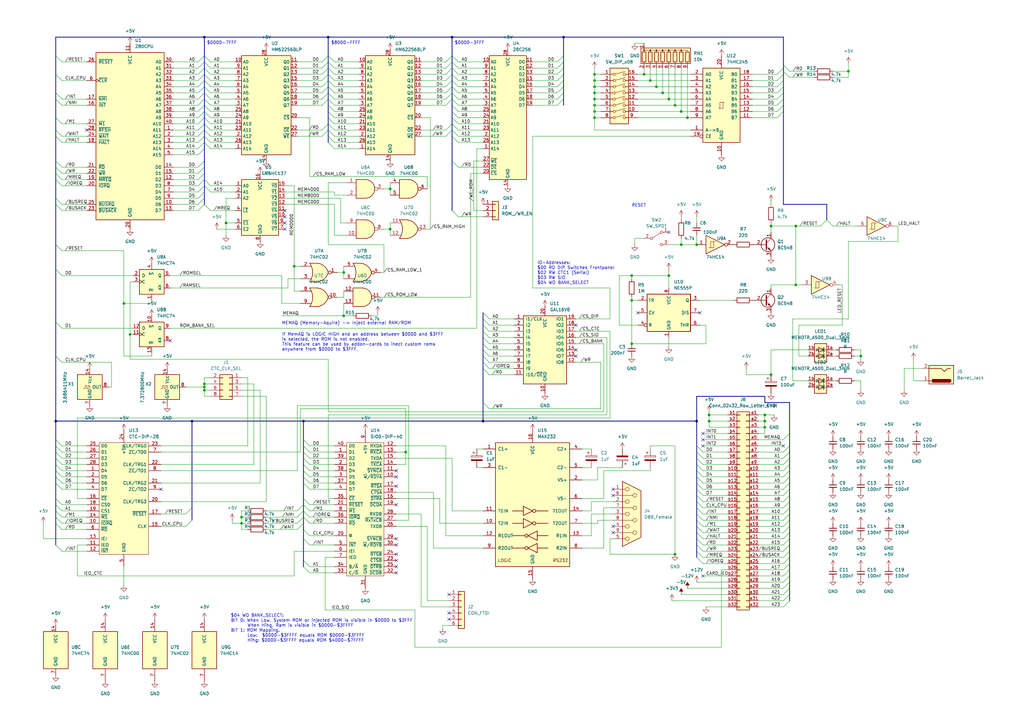
<source format=kicad_sch>
(kicad_sch (version 20211123) (generator eeschema)
  (paper "A3")
  (title_block (title "Z8C CPU Board") (date "2022-09-29") (rev "1") (comment 1 "Z80 Homebrew Computer Main Processing Board") (comment 2 "CPU, CLK-GEN, Power-On-Reset, CTC, SIO, 64k RAM, 16k ROM") (comment 3 "https://github.com/dennis9819/Z8C-Homebrew-Computer"))
  (junction (at 281.94 48.26))
  (junction (at 316.23 92.71))
  (junction (at 134.62 15.24))
  (junction (at 279.4 100.33))
  (junction (at 166.37 185.42))
  (junction (at 347.98 29.21))
  (junction (at 83.82 158.75))
  (junction (at 326.39 116.84))
  (junction (at 285.75 172.72))
  (junction (at 285.75 100.33))
  (junction (at 313.69 175.26))
  (junction (at 99.06 212.09))
  (junction (at 259.08 113.03))
  (junction (at 259.08 140.97))
  (junction (at 279.4 45.72))
  (junction (at 140.97 129.54))
  (junction (at 160.02 93.98))
  (junction (at 276.86 43.18))
  (junction (at 243.84 40.64))
  (junction (at 83.82 15.24))
  (junction (at 140.97 111.76))
  (junction (at 50.8 124.46))
  (junction (at 243.84 35.56))
  (junction (at 274.32 113.03))
  (junction (at 316.23 153.67))
  (junction (at 353.06 146.05))
  (junction (at 243.84 48.26))
  (junction (at 274.32 40.64))
  (junction (at 271.78 38.1))
  (junction (at 243.84 33.02))
  (junction (at 83.82 157.48))
  (junction (at 124.46 172.72))
  (junction (at 326.39 92.71))
  (junction (at 120.65 109.22))
  (junction (at 266.7 33.02))
  (junction (at 243.84 45.72))
  (junction (at 243.84 30.48))
  (junction (at 78.74 172.72))
  (junction (at 53.34 137.16))
  (junction (at 313.69 170.18))
  (junction (at 198.12 172.72))
  (junction (at 264.16 30.48))
  (junction (at 243.84 38.1))
  (junction (at 92.71 91.44))
  (junction (at 290.83 170.18))
  (junction (at 22.86 172.72))
  (junction (at 269.24 35.56))
  (junction (at 259.08 123.19))
  (junction (at 185.42 15.24))
  (junction (at 160.02 77.47))
  (junction (at 290.83 172.72))
  (junction (at 276.86 227.33))
  (junction (at 313.69 172.72))
  (junction (at 231.14 15.24))
  (junction (at 99.06 214.63))
  (junction (at 243.84 43.18))
  (junction (at 83.82 160.02))
  (no_connect (at 236.22 133.35))
  (no_connect (at 236.22 146.05))
  (no_connect (at 236.22 143.51))
  (no_connect (at 274.32 95.25))
  (no_connect (at 287.02 128.27))
  (no_connect (at 261.62 128.27))
  (no_connect (at 288.29 236.22))
  (no_connect (at 116.84 93.98))
  (no_connect (at 116.84 86.36))
  (no_connect (at 116.84 88.9))
  (no_connect (at 116.84 91.44))
  (no_connect (at 162.56 199.39))
  (no_connect (at 162.56 207.01))
  (no_connect (at 162.56 193.04))
  (no_connect (at 162.56 195.58))
  (no_connect (at 162.56 234.95))
  (no_connect (at 162.56 232.41))
  (no_connect (at 162.56 229.87))
  (no_connect (at 162.56 227.33))
  (no_connect (at 162.56 223.52))
  (no_connect (at 162.56 220.98))
  (no_connect (at 66.04 200.66))
  (no_connect (at 251.46 200.66))
  (no_connect (at 251.46 203.2))
  (no_connect (at 251.46 215.9))
  (no_connect (at 251.46 218.44))
  (no_connect (at 184.15 254))
  (no_connect (at 184.15 251.46))
  (no_connect (at 184.15 243.84))
  (no_connect (at 69.85 139.7))
  (no_connect (at 288.29 182.88))
  (no_connect (at 288.29 180.34))
  (no_connect (at 288.29 177.8))
  (no_connect (at 321.31 182.88))
  (no_connect (at 35.56 53.34))
  (bus_entry (at 25.4 198.12) (size -2.54 -2.54))
  (bus_entry (at 185.42 22.86) (size 2.54 2.54))
  (bus_entry (at 198.12 138.43) (size 2.54 2.54))
  (bus_entry (at 22.86 100.33) (size 2.54 2.54))
  (bus_entry (at 81.28 68.58) (size 2.54 -2.54))
  (bus_entry (at 83.82 55.88) (size -2.54 2.54))
  (bus_entry (at 124.46 229.87) (size 2.54 2.54))
  (bus_entry (at 318.77 43.18) (size 2.54 -2.54))
  (bus_entry (at 22.86 48.26) (size 2.54 2.54))
  (bus_entry (at 288.29 193.04) (size -2.54 -2.54))
  (bus_entry (at 323.85 200.66) (size -2.54 2.54))
  (bus_entry (at 228.6 33.02) (size 2.54 -2.54))
  (bus_entry (at 185.42 43.18) (size 2.54 2.54))
  (bus_entry (at 25.4 200.66) (size -2.54 -2.54))
  (bus_entry (at 127 187.96) (size -2.54 -2.54))
  (bus_entry (at 83.82 76.2) (size 2.54 2.54))
  (bus_entry (at 318.77 33.02) (size 2.54 -2.54))
  (bus_entry (at 22.86 71.12) (size 2.54 2.54))
  (bus_entry (at 134.62 55.88) (size 2.54 2.54))
  (bus_entry (at 285.75 203.2) (size 2.54 2.54))
  (bus_entry (at 134.62 45.72) (size 2.54 2.54))
  (bus_entry (at 127 200.66) (size -2.54 -2.54))
  (bus_entry (at 198.12 128.27) (size 2.54 2.54))
  (bus_entry (at 288.29 187.96) (size -2.54 -2.54))
  (bus_entry (at 323.85 238.76) (size -2.54 2.54))
  (bus_entry (at 323.85 223.52) (size -2.54 2.54))
  (bus_entry (at 81.28 76.2) (size 2.54 -2.54))
  (bus_entry (at 22.86 68.58) (size 2.54 2.54))
  (bus_entry (at 185.42 50.8) (size -2.54 2.54))
  (bus_entry (at 323.85 226.06) (size -2.54 2.54))
  (bus_entry (at 25.4 113.03) (size -2.54 -2.54))
  (bus_entry (at 185.42 38.1) (size 2.54 2.54))
  (bus_entry (at 83.82 58.42) (size -2.54 2.54))
  (bus_entry (at 127 195.58) (size -2.54 -2.54))
  (bus_entry (at 25.4 193.04) (size -2.54 -2.54))
  (bus_entry (at 228.6 30.48) (size 2.54 -2.54))
  (bus_entry (at 124.46 214.63) (size -2.54 2.54))
  (bus_entry (at 198.12 165.1) (size 2.54 2.54))
  (bus_entry (at 185.42 86.36) (size 2.54 2.54))
  (bus_entry (at 323.85 182.88) (size -2.54 2.54))
  (bus_entry (at 25.4 134.62) (size -2.54 -2.54))
  (bus_entry (at 339.09 90.17) (size -2.54 2.54))
  (bus_entry (at 134.62 30.48) (size 2.54 2.54))
  (bus_entry (at 134.62 27.94) (size 2.54 2.54))
  (bus_entry (at 318.77 30.48) (size 2.54 -2.54))
  (bus_entry (at 228.6 43.18) (size 2.54 -2.54))
  (bus_entry (at 228.6 25.4) (size 2.54 -2.54))
  (bus_entry (at 22.86 38.1) (size 2.54 2.54))
  (bus_entry (at 288.29 190.5) (size -2.54 -2.54))
  (bus_entry (at 83.82 48.26) (size -2.54 2.54))
  (bus_entry (at 185.42 53.34) (size -2.54 2.54))
  (bus_entry (at 323.85 208.28) (size -2.54 2.54))
  (bus_entry (at 182.88 30.48) (size 2.54 -2.54))
  (bus_entry (at 134.62 38.1) (size 2.54 2.54))
  (bus_entry (at 182.88 35.56) (size 2.54 -2.54))
  (bus_entry (at 198.12 148.59) (size 2.54 2.54))
  (bus_entry (at 81.28 71.12) (size 2.54 -2.54))
  (bus_entry (at 182.88 38.1) (size 2.54 -2.54))
  (bus_entry (at 185.42 27.94) (size 2.54 2.54))
  (bus_entry (at 318.77 45.72) (size 2.54 -2.54))
  (bus_entry (at 22.86 53.34) (size 2.54 2.54))
  (bus_entry (at 285.75 208.28) (size 2.54 2.54))
  (bus_entry (at 22.86 81.28) (size 2.54 2.54))
  (bus_entry (at 134.62 43.18) (size 2.54 2.54))
  (bus_entry (at 83.82 60.96) (size -2.54 2.54))
  (bus_entry (at 185.42 35.56) (size 2.54 2.54))
  (bus_entry (at 134.62 53.34) (size 2.54 2.54))
  (bus_entry (at 182.88 33.02) (size 2.54 -2.54))
  (bus_entry (at 285.75 218.44) (size 2.54 2.54))
  (bus_entry (at 81.28 86.36) (size 2.54 -2.54))
  (bus_entry (at 124.46 209.55) (size -2.54 2.54))
  (bus_entry (at 22.86 223.52) (size 2.54 2.54))
  (bus_entry (at 132.08 33.02) (size 2.54 -2.54))
  (bus_entry (at 132.08 27.94) (size 2.54 -2.54))
  (bus_entry (at 132.08 30.48) (size 2.54 -2.54))
  (bus_entry (at 132.08 25.4) (size 2.54 -2.54))
  (bus_entry (at 132.08 43.18) (size 2.54 -2.54))
  (bus_entry (at 132.08 38.1) (size 2.54 -2.54))
  (bus_entry (at 132.08 35.56) (size 2.54 -2.54))
  (bus_entry (at 132.08 40.64) (size 2.54 -2.54))
  (bus_entry (at 83.82 43.18) (size 2.54 2.54))
  (bus_entry (at 83.82 30.48) (size 2.54 2.54))
  (bus_entry (at 83.82 50.8) (size 2.54 2.54))
  (bus_entry (at 83.82 48.26) (size 2.54 2.54))
  (bus_entry (at 83.82 33.02) (size 2.54 2.54))
  (bus_entry (at 83.82 45.72) (size 2.54 2.54))
  (bus_entry (at 83.82 55.88) (size 2.54 2.54))
  (bus_entry (at 83.82 53.34) (size 2.54 2.54))
  (bus_entry (at 83.82 22.86) (size 2.54 2.54))
  (bus_entry (at 83.82 58.42) (size 2.54 2.54))
  (bus_entry (at 83.82 40.64) (size 2.54 2.54))
  (bus_entry (at 83.82 25.4) (size 2.54 2.54))
  (bus_entry (at 83.82 27.94) (size 2.54 2.54))
  (bus_entry (at 83.82 35.56) (size 2.54 2.54))
  (bus_entry (at 83.82 38.1) (size 2.54 2.54))
  (bus_entry (at 78.74 213.36) (size -2.54 2.54))
  (bus_entry (at 134.62 58.42) (size 2.54 2.54))
  (bus_entry (at 323.85 187.96) (size -2.54 2.54))
  (bus_entry (at 285.75 215.9) (size 2.54 2.54))
  (bus_entry (at 134.62 25.4) (size 2.54 2.54))
  (bus_entry (at 198.12 140.97) (size 2.54 2.54))
  (bus_entry (at 182.88 40.64) (size 2.54 -2.54))
  (bus_entry (at 83.82 43.18) (size -2.54 2.54))
  (bus_entry (at 323.85 213.36) (size -2.54 2.54))
  (bus_entry (at 321.31 29.21) (size 2.54 2.54))
  (bus_entry (at 83.82 73.66) (size 2.54 2.54))
  (bus_entry (at 185.42 40.64) (size 2.54 2.54))
  (bus_entry (at 22.86 146.05) (size 2.54 2.54))
  (bus_entry (at 185.42 50.8) (size 2.54 2.54))
  (bus_entry (at 323.85 220.98) (size -2.54 2.54))
  (bus_entry (at 323.85 205.74) (size -2.54 2.54))
  (bus_entry (at 323.85 228.6) (size -2.54 2.54))
  (bus_entry (at 323.85 231.14) (size -2.54 2.54))
  (bus_entry (at 185.42 66.04) (size 2.54 2.54))
  (bus_entry (at 124.46 220.98) (size 2.54 2.54))
  (bus_entry (at 198.12 133.35) (size 2.54 2.54))
  (bus_entry (at 318.77 40.64) (size 2.54 -2.54))
  (bus_entry (at 22.86 204.47) (size 2.54 2.54))
  (bus_entry (at 323.85 185.42) (size -2.54 2.54))
  (bus_entry (at 318.77 38.1) (size 2.54 -2.54))
  (bus_entry (at 134.62 40.64) (size 2.54 2.54))
  (bus_entry (at 83.82 33.02) (size -2.54 2.54))
  (bus_entry (at 81.28 73.66) (size 2.54 -2.54))
  (bus_entry (at 22.86 66.04) (size 2.54 2.54))
  (bus_entry (at 124.46 212.09) (size 2.54 2.54))
  (bus_entry (at 185.42 55.88) (size 2.54 2.54))
  (bus_entry (at 198.12 130.81) (size 2.54 2.54))
  (bus_entry (at 83.82 83.82) (size 2.54 2.54))
  (bus_entry (at 83.82 25.4) (size -2.54 2.54))
  (bus_entry (at 134.62 33.02) (size 2.54 2.54))
  (bus_entry (at 323.85 218.44) (size -2.54 2.54))
  (bus_entry (at 318.77 35.56) (size 2.54 -2.54))
  (bus_entry (at 22.86 209.55) (size 2.54 2.54))
  (bus_entry (at 83.82 22.86) (size -2.54 2.54))
  (bus_entry (at 134.62 48.26) (size 2.54 2.54))
  (bus_entry (at 127 193.04) (size -2.54 -2.54))
  (bus_entry (at 83.82 35.56) (size -2.54 2.54))
  (bus_entry (at 185.42 53.34) (size 2.54 2.54))
  (bus_entry (at 81.28 83.82) (size 2.54 -2.54))
  (bus_entry (at 22.86 73.66) (size 2.54 2.54))
  (bus_entry (at 124.46 212.09) (size -2.54 2.54))
  (bus_entry (at 182.88 27.94) (size 2.54 -2.54))
  (bus_entry (at 288.29 185.42) (size -2.54 -2.54))
  (bus_entry (at 127 198.12) (size -2.54 -2.54))
  (bus_entry (at 288.29 198.12) (size -2.54 -2.54))
  (bus_entry (at 285.75 223.52) (size 2.54 2.54))
  (bus_entry (at 83.82 50.8) (size -2.54 2.54))
  (bus_entry (at 185.42 45.72) (size 2.54 2.54))
  (bus_entry (at 323.85 193.04) (size -2.54 2.54))
  (bus_entry (at 83.82 53.34) (size -2.54 2.54))
  (bus_entry (at 185.42 33.02) (size 2.54 2.54))
  (bus_entry (at 228.6 38.1) (size 2.54 -2.54))
  (bus_entry (at 285.75 210.82) (size 2.54 2.54))
  (bus_entry (at 323.85 243.84) (size -2.54 2.54))
  (bus_entry (at 22.86 207.01) (size 2.54 2.54))
  (bus_entry (at 78.74 208.28) (size -2.54 2.54))
  (bus_entry (at 323.85 215.9) (size -2.54 2.54))
  (bus_entry (at 124.46 207.01) (size 2.54 2.54))
  (bus_entry (at 198.12 143.51) (size 2.54 2.54))
  (bus_entry (at 321.31 26.67) (size 2.54 2.54))
  (bus_entry (at 228.6 27.94) (size 2.54 -2.54))
  (bus_entry (at 22.86 55.88) (size 2.54 2.54))
  (bus_entry (at 285.75 226.06) (size 2.54 2.54))
  (bus_entry (at 198.12 146.05) (size 2.54 2.54))
  (bus_entry (at 127 182.88) (size -2.54 -2.54))
  (bus_entry (at 22.86 212.09) (size 2.54 2.54))
  (bus_entry (at 25.4 187.96) (size -2.54 -2.54))
  (bus_entry (at 285.75 228.6) (size 2.54 2.54))
  (bus_entry (at 323.85 241.3) (size -2.54 2.54))
  (bus_entry (at 124.46 232.41) (size 2.54 2.54))
  (bus_entry (at 323.85 190.5) (size -2.54 2.54))
  (bus_entry (at 323.85 198.12) (size -2.54 2.54))
  (bus_entry (at 25.4 185.42) (size -2.54 -2.54))
  (bus_entry (at 182.88 43.18) (size 2.54 -2.54))
  (bus_entry (at 124.46 207.01) (size -2.54 2.54))
  (bus_entry (at 22.86 214.63) (size 2.54 2.54))
  (bus_entry (at 134.62 22.86) (size 2.54 2.54))
  (bus_entry (at 323.85 246.38) (size -2.54 2.54))
  (bus_entry (at 228.6 40.64) (size 2.54 -2.54))
  (bus_entry (at 323.85 195.58) (size -2.54 2.54))
  (bus_entry (at 127 190.5) (size -2.54 -2.54))
  (bus_entry (at 25.4 190.5) (size -2.54 -2.54))
  (bus_entry (at 185.42 30.48) (size 2.54 2.54))
  (bus_entry (at 288.29 200.66) (size -2.54 -2.54))
  (bus_entry (at 22.86 83.82) (size 2.54 2.54))
  (bus_entry (at 198.12 151.13) (size 2.54 2.54))
  (bus_entry (at 323.85 236.22) (size -2.54 2.54))
  (bus_entry (at 134.62 35.56) (size 2.54 2.54))
  (bus_entry (at 124.46 217.17) (size 2.54 2.54))
  (bus_entry (at 134.62 53.34) (size -2.54 2.54))
  (bus_entry (at 134.62 50.8) (size -2.54 2.54))
  (bus_entry (at 285.75 205.74) (size 2.54 2.54))
  (bus_entry (at 83.82 45.72) (size -2.54 2.54))
  (bus_entry (at 83.82 30.48) (size -2.54 2.54))
  (bus_entry (at 288.29 195.58) (size -2.54 -2.54))
  (bus_entry (at 83.82 38.1) (size -2.54 2.54))
  (bus_entry (at 285.75 220.98) (size 2.54 2.54))
  (bus_entry (at 323.85 233.68) (size -2.54 2.54))
  (bus_entry (at 185.42 25.4) (size 2.54 2.54))
  (bus_entry (at 134.62 50.8) (size 2.54 2.54))
  (bus_entry (at 81.28 81.28) (size 2.54 -2.54))
  (bus_entry (at 83.82 40.64) (size -2.54 2.54))
  (bus_entry (at 339.09 90.17) (size 2.54 2.54))
  (bus_entry (at 81.28 78.74) (size 2.54 -2.54))
  (bus_entry (at 127 185.42) (size -2.54 -2.54))
  (bus_entry (at 25.4 195.58) (size -2.54 -2.54))
  (bus_entry (at 22.86 40.64) (size 2.54 2.54))
  (bus_entry (at 228.6 35.56) (size 2.54 -2.54))
  (bus_entry (at 323.85 210.82) (size -2.54 2.54))
  (bus_entry (at 22.86 30.48) (size 2.54 2.54))
  (bus_entry (at 124.46 209.55) (size 2.54 2.54))
  (bus_entry (at 323.85 203.2) (size -2.54 2.54))
  (bus_entry (at 182.88 25.4) (size 2.54 -2.54))
  (bus_entry (at 83.82 27.94) (size -2.54 2.54))
  (bus_entry (at 25.4 182.88) (size -2.54 -2.54))
  (bus_entry (at 318.77 48.26) (size 2.54 -2.54))
  (bus_entry (at 321.31 180.34) (size 2.54 -2.54))
  (bus_entry (at 124.46 204.47) (size 2.54 2.54))
  (bus_entry (at 22.86 22.86) (size 2.54 2.54))
  (bus_entry (at 285.75 213.36) (size 2.54 2.54))
  (bus_entry (at 288.29 203.2) (size -2.54 -2.54))
  (bus_entry (at 185.42 48.26) (size 2.54 2.54))
  (bus_entry (at 198.12 135.89) (size 2.54 2.54))
  (wire (pts (xy 86.36 48.26) (xy 96.52 48.26)))
  (wire (pts (xy 289.56 133.35) (xy 287.02 133.35)))
  (wire (pts (xy 81.28 27.94) (xy 71.12 27.94)))
  (wire (pts (xy 274.32 27.94) (xy 274.32 40.64)))
  (wire (pts (xy 243.84 40.64) (xy 246.38 40.64)))
  (bus (pts (xy 285.75 200.66) (xy 285.75 198.12)))
  (bus (pts (xy 231.14 30.48) (xy 231.14 33.02)))
  (wire (pts (xy 25.4 212.09) (xy 35.56 212.09)))
  (bus (pts (xy 134.62 45.72) (xy 134.62 48.26)))
  (bus (pts (xy 231.14 35.56) (xy 231.14 38.1)))
  (bus (pts (xy 285.75 223.52) (xy 285.75 226.06)))
  (wire (pts (xy 321.31 226.06) (xy 311.15 226.06)))
  (wire (pts (xy 251.46 220.98) (xy 250.19 220.98)))
  (bus (pts (xy 124.46 217.17) (xy 124.46 220.98)))
  (bus (pts (xy 124.46 182.88) (xy 124.46 185.42)))
  (wire (pts (xy 238.76 214.63) (xy 245.11 214.63)))
  (bus (pts (xy 323.85 236.22) (xy 323.85 233.68)))
  (wire (pts (xy 243.84 48.26) (xy 246.38 48.26)))
  (wire (pts (xy 341.63 143.51) (xy 342.9 143.51)))
  (wire (pts (xy 279.4 45.72) (xy 283.21 45.72)))
  (wire (pts (xy 242.57 209.55) (xy 242.57 205.74)))
  (wire (pts (xy 166.37 167.64) (xy 166.37 185.42)))
  (wire (pts (xy 288.29 193.04) (xy 298.45 193.04)))
  (wire (pts (xy 236.22 130.81) (xy 250.19 130.81)))
  (bus (pts (xy 321.31 26.67) (xy 321.31 27.94)))
  (wire (pts (xy 269.24 27.94) (xy 269.24 35.56)))
  (wire (pts (xy 182.88 55.88) (xy 172.72 55.88)))
  (wire (pts (xy 182.88 38.1) (xy 172.72 38.1)))
  (wire (pts (xy 187.96 55.88) (xy 198.12 55.88)))
  (bus (pts (xy 185.42 55.88) (xy 185.42 66.04)))
  (wire (pts (xy 276.86 227.33) (xy 276.86 182.88)))
  (wire (pts (xy 106.68 198.12) (xy 106.68 160.02)))
  (wire (pts (xy 298.45 233.68) (xy 295.91 233.68)))
  (wire (pts (xy 266.7 193.04) (xy 266.7 191.77)))
  (bus (pts (xy 134.62 25.4) (xy 134.62 27.94)))
  (wire (pts (xy 228.6 38.1) (xy 218.44 38.1)))
  (wire (pts (xy 194.31 66.04) (xy 198.12 66.04)))
  (wire (pts (xy 140.97 111.76) (xy 140.97 109.22)))
  (wire (pts (xy 288.29 205.74) (xy 298.45 205.74)))
  (wire (pts (xy 25.4 68.58) (xy 35.56 68.58)))
  (wire (pts (xy 121.92 209.55) (xy 109.22 209.55)))
  (wire (pts (xy 86.36 55.88) (xy 96.52 55.88)))
  (wire (pts (xy 17.78 220.98) (xy 17.78 214.63)))
  (wire (pts (xy 321.31 198.12) (xy 311.15 198.12)))
  (wire (pts (xy 182.88 25.4) (xy 172.72 25.4)))
  (wire (pts (xy 350.52 146.05) (xy 353.06 146.05)))
  (bus (pts (xy 198.12 135.89) (xy 198.12 138.43)))
  (wire (pts (xy 132.08 25.4) (xy 121.92 25.4)))
  (bus (pts (xy 83.82 50.8) (xy 83.82 48.26)))
  (wire (pts (xy 259.08 140.97) (xy 289.56 140.97)))
  (bus (pts (xy 83.82 27.94) (xy 83.82 25.4)))
  (wire (pts (xy 243.84 40.64) (xy 243.84 43.18)))
  (wire (pts (xy 195.58 184.15) (xy 198.12 184.15)))
  (wire (pts (xy 318.77 48.26) (xy 308.61 48.26)))
  (wire (pts (xy 66.04 205.74) (xy 109.22 205.74)))
  (bus (pts (xy 22.86 71.12) (xy 22.86 73.66)))
  (wire (pts (xy 288.29 195.58) (xy 298.45 195.58)))
  (wire (pts (xy 298.45 172.72) (xy 290.83 172.72)))
  (wire (pts (xy 104.14 157.48) (xy 99.06 157.48)))
  (wire (pts (xy 187.96 88.9) (xy 198.12 88.9)))
  (bus (pts (xy 134.62 27.94) (xy 134.62 30.48)))
  (wire (pts (xy 137.16 55.88) (xy 147.32 55.88)))
  (wire (pts (xy 25.4 185.42) (xy 35.56 185.42)))
  (wire (pts (xy 274.32 100.33) (xy 279.4 100.33)))
  (bus (pts (xy 323.85 218.44) (xy 323.85 215.9)))
  (bus (pts (xy 198.12 140.97) (xy 198.12 143.51)))
  (wire (pts (xy 228.6 40.64) (xy 218.44 40.64)))
  (wire (pts (xy 182.88 219.71) (xy 182.88 182.88)))
  (bus (pts (xy 78.74 172.72) (xy 124.46 172.72)))
  (bus (pts (xy 323.85 205.74) (xy 323.85 203.2)))
  (bus (pts (xy 134.62 35.56) (xy 134.62 38.1)))
  (bus (pts (xy 198.12 172.72) (xy 285.75 172.72)))
  (bus (pts (xy 83.82 35.56) (xy 83.82 33.02)))
  (bus (pts (xy 323.85 233.68) (xy 323.85 231.14)))
  (wire (pts (xy 81.28 45.72) (xy 71.12 45.72)))
  (wire (pts (xy 83.82 157.48) (xy 83.82 154.94)))
  (bus (pts (xy 323.85 213.36) (xy 323.85 210.82)))
  (wire (pts (xy 321.31 200.66) (xy 311.15 200.66)))
  (bus (pts (xy 134.62 50.8) (xy 134.62 53.34)))
  (wire (pts (xy 182.88 40.64) (xy 172.72 40.64)))
  (wire (pts (xy 331.47 146.05) (xy 327.66 146.05)))
  (wire (pts (xy 31.75 171.45) (xy 250.19 171.45)))
  (wire (pts (xy 281.94 27.94) (xy 281.94 48.26)))
  (wire (pts (xy 245.11 191.77) (xy 245.11 196.85)))
  (wire (pts (xy 175.26 215.9) (xy 162.56 215.9)))
  (bus (pts (xy 22.86 68.58) (xy 22.86 71.12)))
  (wire (pts (xy 167.64 213.36) (xy 162.56 213.36)))
  (bus (pts (xy 83.82 38.1) (xy 83.82 35.56)))
  (wire (pts (xy 245.11 213.36) (xy 251.46 213.36)))
  (wire (pts (xy 123.19 185.42) (xy 123.19 167.64)))
  (bus (pts (xy 231.14 38.1) (xy 231.14 40.64)))
  (bus (pts (xy 22.86 100.33) (xy 22.86 110.49)))
  (wire (pts (xy 318.77 35.56) (xy 308.61 35.56)))
  (wire (pts (xy 132.08 38.1) (xy 121.92 38.1)))
  (wire (pts (xy 313.69 175.26) (xy 313.69 172.72)))
  (wire (pts (xy 25.4 55.88) (xy 35.56 55.88)))
  (bus (pts (xy 321.31 30.48) (xy 321.31 33.02)))
  (wire (pts (xy 81.28 25.4) (xy 71.12 25.4)))
  (wire (pts (xy 290.83 172.72) (xy 290.83 175.26)))
  (wire (pts (xy 180.34 214.63) (xy 198.12 214.63)))
  (wire (pts (xy 120.65 236.22) (xy 120.65 226.06)))
  (bus (pts (xy 231.14 27.94) (xy 231.14 30.48)))
  (wire (pts (xy 316.23 92.71) (xy 326.39 92.71)))
  (wire (pts (xy 288.29 220.98) (xy 298.45 220.98)))
  (wire (pts (xy 25.4 193.04) (xy 35.56 193.04)))
  (wire (pts (xy 25.4 76.2) (xy 35.56 76.2)))
  (wire (pts (xy 162.56 204.47) (xy 180.34 204.47)))
  (wire (pts (xy 170.18 265.43) (xy 295.91 265.43)))
  (wire (pts (xy 288.29 190.5) (xy 298.45 190.5)))
  (wire (pts (xy 177.8 201.93) (xy 177.8 224.79)))
  (bus (pts (xy 285.75 187.96) (xy 285.75 185.42)))
  (bus (pts (xy 22.86 40.64) (xy 22.86 48.26)))
  (wire (pts (xy 321.31 228.6) (xy 311.15 228.6)))
  (wire (pts (xy 276.86 43.18) (xy 283.21 43.18)))
  (wire (pts (xy 261.62 133.35) (xy 254 133.35)))
  (wire (pts (xy 318.77 30.48) (xy 308.61 30.48)))
  (wire (pts (xy 137.16 80.01) (xy 142.24 80.01)))
  (wire (pts (xy 288.29 180.34) (xy 298.45 180.34)))
  (wire (pts (xy 290.83 172.72) (xy 290.83 170.18)))
  (wire (pts (xy 160.02 93.98) (xy 160.02 91.44)))
  (bus (pts (xy 83.82 43.18) (xy 83.82 40.64)))
  (wire (pts (xy 368.3 92.71) (xy 368.3 99.06)))
  (wire (pts (xy 99.06 214.63) (xy 101.6 214.63)))
  (wire (pts (xy 321.31 210.82) (xy 311.15 210.82)))
  (wire (pts (xy 238.76 209.55) (xy 242.57 209.55)))
  (bus (pts (xy 22.86 146.05) (xy 22.86 172.72)))
  (wire (pts (xy 81.28 35.56) (xy 71.12 35.56)))
  (wire (pts (xy 86.36 53.34) (xy 96.52 53.34)))
  (wire (pts (xy 316.23 116.84) (xy 316.23 118.11)))
  (wire (pts (xy 321.31 215.9) (xy 311.15 215.9)))
  (wire (pts (xy 187.96 33.02) (xy 198.12 33.02)))
  (wire (pts (xy 132.08 40.64) (xy 121.92 40.64)))
  (wire (pts (xy 86.36 33.02) (xy 96.52 33.02)))
  (wire (pts (xy 195.58 191.77) (xy 198.12 191.77)))
  (bus (pts (xy 134.62 15.24) (xy 185.42 15.24)))
  (wire (pts (xy 175.26 93.98) (xy 176.53 93.98)))
  (wire (pts (xy 269.24 35.56) (xy 283.21 35.56)))
  (wire (pts (xy 243.84 45.72) (xy 243.84 48.26)))
  (wire (pts (xy 25.4 217.17) (xy 35.56 217.17)))
  (bus (pts (xy 285.75 200.66) (xy 285.75 203.2)))
  (wire (pts (xy 182.88 53.34) (xy 172.72 53.34)))
  (wire (pts (xy 313.69 170.18) (xy 317.5 170.18)))
  (wire (pts (xy 187.96 40.64) (xy 198.12 40.64)))
  (wire (pts (xy 109.22 162.56) (xy 99.06 162.56)))
  (wire (pts (xy 289.56 248.92) (xy 298.45 248.92)))
  (wire (pts (xy 261.62 48.26) (xy 281.94 48.26)))
  (wire (pts (xy 247.65 193.04) (xy 266.7 193.04)))
  (wire (pts (xy 170.18 250.19) (xy 170.18 265.43)))
  (bus (pts (xy 321.31 29.21) (xy 321.31 30.48)))
  (wire (pts (xy 109.22 205.74) (xy 109.22 162.56)))
  (wire (pts (xy 250.19 227.33) (xy 276.86 227.33)))
  (wire (pts (xy 137.16 204.47) (xy 134.62 204.47)))
  (wire (pts (xy 184.15 246.38) (xy 175.26 246.38)))
  (wire (pts (xy 323.85 31.75) (xy 334.01 31.75)))
  (bus (pts (xy 83.82 53.34) (xy 83.82 50.8)))
  (wire (pts (xy 228.6 43.18) (xy 218.44 43.18)))
  (wire (pts (xy 261.62 35.56) (xy 269.24 35.56)))
  (wire (pts (xy 160.02 77.47) (xy 160.02 74.93)))
  (wire (pts (xy 69.85 118.11) (xy 118.11 118.11)))
  (wire (pts (xy 132.08 43.18) (xy 121.92 43.18)))
  (wire (pts (xy 81.28 63.5) (xy 71.12 63.5)))
  (wire (pts (xy 238.76 184.15) (xy 242.57 184.15)))
  (wire (pts (xy 127 72.39) (xy 175.26 72.39)))
  (wire (pts (xy 318.77 43.18) (xy 308.61 43.18)))
  (wire (pts (xy 228.6 35.56) (xy 218.44 35.56)))
  (bus (pts (xy 124.46 180.34) (xy 124.46 182.88)))
  (wire (pts (xy 347.98 26.035) (xy 347.98 29.21)))
  (wire (pts (xy 86.36 25.4) (xy 96.52 25.4)))
  (bus (pts (xy 185.42 15.24) (xy 185.42 22.86)))
  (wire (pts (xy 167.64 166.37) (xy 167.64 213.36)))
  (wire (pts (xy 31.75 204.47) (xy 31.75 171.45)))
  (wire (pts (xy 137.16 96.52) (xy 142.24 96.52)))
  (wire (pts (xy 290.83 170.18) (xy 298.45 170.18)))
  (wire (pts (xy 341.63 29.21) (xy 347.98 29.21)))
  (wire (pts (xy 99.06 214.63) (xy 95.25 214.63)))
  (wire (pts (xy 99.06 209.55) (xy 101.6 209.55)))
  (bus (pts (xy 83.82 33.02) (xy 83.82 30.48)))
  (wire (pts (xy 198.12 86.36) (xy 194.31 86.36)))
  (bus (pts (xy 83.82 83.82) (xy 83.82 81.28)))
  (wire (pts (xy 96.52 91.44) (xy 92.71 91.44)))
  (wire (pts (xy 228.6 25.4) (xy 218.44 25.4)))
  (wire (pts (xy 187.96 30.48) (xy 198.12 30.48)))
  (wire (pts (xy 137.16 40.64) (xy 147.32 40.64)))
  (bus (pts (xy 185.42 45.72) (xy 185.42 48.26)))
  (bus (pts (xy 323.85 187.96) (xy 323.85 185.42)))
  (wire (pts (xy 248.92 170.18) (xy 248.92 138.43)))
  (wire (pts (xy 50.8 102.87) (xy 50.8 124.46)))
  (wire (pts (xy 177.8 201.93) (xy 162.56 201.93)))
  (wire (pts (xy 326.39 116.84) (xy 328.93 116.84)))
  (bus (pts (xy 323.85 238.76) (xy 323.85 236.22)))
  (wire (pts (xy 81.28 55.88) (xy 71.12 55.88)))
  (wire (pts (xy 185.42 187.96) (xy 185.42 209.55)))
  (wire (pts (xy 259.08 121.92) (xy 259.08 123.19)))
  (wire (pts (xy 81.28 33.02) (xy 71.12 33.02)))
  (bus (pts (xy 124.46 220.98) (xy 124.46 229.87)))
  (wire (pts (xy 290.83 175.26) (xy 298.45 175.26)))
  (wire (pts (xy 35.56 204.47) (xy 31.75 204.47)))
  (wire (pts (xy 66.04 182.88) (xy 101.6 182.88)))
  (bus (pts (xy 124.46 185.42) (xy 124.46 187.96)))
  (wire (pts (xy 243.84 45.72) (xy 246.38 45.72)))
  (wire (pts (xy 35.56 223.52) (xy 31.75 223.52)))
  (bus (pts (xy 321.31 43.18) (xy 321.31 45.72)))
  (wire (pts (xy 187.96 35.56) (xy 198.12 35.56)))
  (bus (pts (xy 185.42 27.94) (xy 185.42 30.48)))
  (bus (pts (xy 323.85 177.8) (xy 323.85 182.88)))
  (bus (pts (xy 313.69 162.56) (xy 313.69 165.1)))
  (wire (pts (xy 194.31 86.36) (xy 194.31 66.04)))
  (bus (pts (xy 83.82 81.28) (xy 83.82 78.74)))
  (wire (pts (xy 193.04 121.92) (xy 193.04 71.12)))
  (wire (pts (xy 86.36 27.94) (xy 96.52 27.94)))
  (wire (pts (xy 288.29 208.28) (xy 298.45 208.28)))
  (wire (pts (xy 86.36 45.72) (xy 96.52 45.72)))
  (wire (pts (xy 259.08 113.03) (xy 274.32 113.03)))
  (bus (pts (xy 22.86 195.58) (xy 22.86 198.12)))
  (wire (pts (xy 341.63 146.05) (xy 342.9 146.05)))
  (wire (pts (xy 323.85 29.21) (xy 334.01 29.21)))
  (wire (pts (xy 132.08 53.34) (xy 121.92 53.34)))
  (wire (pts (xy 132.08 55.88) (xy 121.92 55.88)))
  (wire (pts (xy 137.16 50.8) (xy 147.32 50.8)))
  (bus (pts (xy 313.69 165.1) (xy 323.85 165.1)))
  (wire (pts (xy 266.7 182.88) (xy 266.7 184.15)))
  (wire (pts (xy 138.43 111.76) (xy 140.97 111.76)))
  (wire (pts (xy 238.76 204.47) (xy 247.65 204.47)))
  (wire (pts (xy 127 232.41) (xy 137.16 232.41)))
  (wire (pts (xy 25.4 43.18) (xy 35.56 43.18)))
  (wire (pts (xy 31.75 236.22) (xy 120.65 236.22)))
  (bus (pts (xy 83.82 66.04) (xy 83.82 60.96)))
  (bus (pts (xy 198.12 146.05) (xy 198.12 148.59)))
  (wire (pts (xy 281.94 48.26) (xy 283.21 48.26)))
  (bus (pts (xy 285.75 205.74) (xy 285.75 208.28)))
  (bus (pts (xy 323.85 241.3) (xy 323.85 238.76)))
  (wire (pts (xy 195.58 60.96) (xy 195.58 134.62)))
  (bus (pts (xy 134.62 55.88) (xy 134.62 58.42)))
  (wire (pts (xy 243.84 33.02) (xy 246.38 33.02)))
  (wire (pts (xy 306.07 153.67) (xy 306.07 151.13)))
  (wire (pts (xy 50.8 146.05) (xy 62.23 146.05)))
  (wire (pts (xy 116.84 76.2) (xy 120.65 76.2)))
  (wire (pts (xy 313.69 172.72) (xy 313.69 170.18)))
  (wire (pts (xy 200.66 135.89) (xy 210.82 135.89)))
  (wire (pts (xy 127 187.96) (xy 137.16 187.96)))
  (wire (pts (xy 25.4 40.64) (xy 35.56 40.64)))
  (wire (pts (xy 287.02 123.19) (xy 300.99 123.19)))
  (wire (pts (xy 121.92 166.37) (xy 167.64 166.37)))
  (wire (pts (xy 288.29 200.66) (xy 298.45 200.66)))
  (wire (pts (xy 127 198.12) (xy 137.16 198.12)))
  (wire (pts (xy 261.62 43.18) (xy 276.86 43.18)))
  (wire (pts (xy 25.4 50.8) (xy 35.56 50.8)))
  (wire (pts (xy 259.08 123.19) (xy 261.62 123.19)))
  (wire (pts (xy 25.4 190.5) (xy 35.56 190.5)))
  (bus (pts (xy 124.46 204.47) (xy 124.46 207.01)))
  (wire (pts (xy 321.31 243.84) (xy 311.15 243.84)))
  (bus (pts (xy 323.85 165.1) (xy 323.85 177.8)))
  (wire (pts (xy 187.96 50.8) (xy 198.12 50.8)))
  (wire (pts (xy 276.86 27.94) (xy 276.86 43.18)))
  (wire (pts (xy 279.4 100.33) (xy 285.75 100.33)))
  (wire (pts (xy 180.34 204.47) (xy 180.34 214.63)))
  (wire (pts (xy 260.35 100.33) (xy 260.35 97.79)))
  (wire (pts (xy 243.84 35.56) (xy 243.84 38.1)))
  (bus (pts (xy 231.14 15.24) (xy 321.31 15.24)))
  (wire (pts (xy 321.31 238.76) (xy 311.15 238.76)))
  (bus (pts (xy 285.75 220.98) (xy 285.75 223.52)))
  (wire (pts (xy 120.65 226.06) (xy 137.16 226.06)))
  (wire (pts (xy 138.43 121.92) (xy 140.97 121.92)))
  (wire (pts (xy 353.06 146.05) (xy 353.06 147.32)))
  (wire (pts (xy 187.96 48.26) (xy 198.12 48.26)))
  (wire (pts (xy 279.4 97.79) (xy 279.4 100.33)))
  (wire (pts (xy 182.88 30.48) (xy 172.72 30.48)))
  (wire (pts (xy 86.36 35.56) (xy 96.52 35.56)))
  (wire (pts (xy 156.21 121.92) (xy 193.04 121.92)))
  (wire (pts (xy 172.72 210.82) (xy 162.56 210.82)))
  (wire (pts (xy 200.66 130.81) (xy 210.82 130.81)))
  (bus (pts (xy 124.46 198.12) (xy 124.46 204.47)))
  (bus (pts (xy 83.82 78.74) (xy 83.82 76.2)))
  (wire (pts (xy 137.16 53.34) (xy 147.32 53.34)))
  (wire (pts (xy 182.88 43.18) (xy 172.72 43.18)))
  (wire (pts (xy 160.02 93.98) (xy 160.02 96.52)))
  (wire (pts (xy 321.31 236.22) (xy 311.15 236.22)))
  (wire (pts (xy 132.08 27.94) (xy 121.92 27.94)))
  (wire (pts (xy 81.28 73.66) (xy 71.12 73.66)))
  (wire (pts (xy 260.35 97.79) (xy 264.16 97.79)))
  (wire (pts (xy 115.57 129.54) (xy 140.97 129.54)))
  (wire (pts (xy 166.37 185.42) (xy 162.56 185.42)))
  (wire (pts (xy 313.69 177.8) (xy 313.69 175.26)))
  (wire (pts (xy 140.97 111.76) (xy 140.97 114.3)))
  (wire (pts (xy 127 223.52) (xy 137.16 223.52)))
  (wire (pts (xy 321.31 190.5) (xy 311.15 190.5)))
  (bus (pts (xy 124.46 209.55) (xy 124.46 212.09)))
  (wire (pts (xy 311.15 170.18) (xy 313.69 170.18)))
  (wire (pts (xy 321.31 218.44) (xy 311.15 218.44)))
  (wire (pts (xy 187.96 25.4) (xy 198.12 25.4)))
  (wire (pts (xy 321.31 248.92) (xy 311.15 248.92)))
  (wire (pts (xy 321.31 203.2) (xy 311.15 203.2)))
  (wire (pts (xy 321.31 213.36) (xy 311.15 213.36)))
  (bus (pts (xy 285.75 208.28) (xy 285.75 210.82)))
  (wire (pts (xy 347.98 99.06) (xy 347.98 130.81)))
  (wire (pts (xy 120.65 109.22) (xy 123.19 109.22)))
  (wire (pts (xy 274.32 110.49) (xy 274.32 113.03)))
  (bus (pts (xy 134.62 15.24) (xy 134.62 22.86)))
  (wire (pts (xy 157.48 111.76) (xy 157.48 100.33)))
  (wire (pts (xy 187.96 38.1) (xy 198.12 38.1)))
  (wire (pts (xy 261.62 40.64) (xy 274.32 40.64)))
  (wire (pts (xy 134.62 100.33) (xy 134.62 74.93)))
  (wire (pts (xy 69.85 113.03) (xy 115.57 113.03)))
  (bus (pts (xy 22.86 48.26) (xy 22.86 53.34)))
  (wire (pts (xy 247.65 168.91) (xy 247.65 140.97)))
  (wire (pts (xy 25.4 209.55) (xy 35.56 209.55)))
  (wire (pts (xy 121.92 214.63) (xy 109.22 214.63)))
  (wire (pts (xy 25.4 148.59) (xy 45.72 148.59)))
  (wire (pts (xy 120.65 76.2) (xy 120.65 109.22)))
  (bus (pts (xy 285.75 185.42) (xy 285.75 182.88)))
  (wire (pts (xy 157.48 77.47) (xy 160.02 77.47)))
  (wire (pts (xy 243.84 35.56) (xy 246.38 35.56)))
  (wire (pts (xy 288.29 185.42) (xy 298.45 185.42)))
  (wire (pts (xy 66.04 185.42) (xy 123.19 185.42)))
  (wire (pts (xy 53.34 137.16) (xy 54.61 137.16)))
  (wire (pts (xy 288.29 203.2) (xy 298.45 203.2)))
  (wire (pts (xy 160.02 77.47) (xy 160.02 80.01)))
  (bus (pts (xy 124.46 172.72) (xy 124.46 180.34)))
  (wire (pts (xy 238.76 191.77) (xy 242.57 191.77)))
  (bus (pts (xy 285.75 215.9) (xy 285.75 218.44)))
  (bus (pts (xy 285.75 203.2) (xy 285.75 205.74)))
  (wire (pts (xy 331.47 156.21) (xy 325.12 156.21)))
  (bus (pts (xy 185.42 38.1) (xy 185.42 40.64)))
  (wire (pts (xy 62.23 124.46) (xy 62.23 123.19)))
  (wire (pts (xy 127 185.42) (xy 137.16 185.42)))
  (wire (pts (xy 325.12 130.81) (xy 325.12 156.21)))
  (wire (pts (xy 137.16 35.56) (xy 147.32 35.56)))
  (wire (pts (xy 321.31 233.68) (xy 311.15 233.68)))
  (bus (pts (xy 285.75 195.58) (xy 285.75 193.04)))
  (wire (pts (xy 140.97 124.46) (xy 140.97 129.54)))
  (bus (pts (xy 185.42 33.02) (xy 185.42 35.56)))
  (bus (pts (xy 231.14 25.4) (xy 231.14 27.94)))
  (wire (pts (xy 120.65 119.38) (xy 123.19 119.38)))
  (wire (pts (xy 121.92 217.17) (xy 109.22 217.17)))
  (wire (pts (xy 66.04 198.12) (xy 106.68 198.12)))
  (wire (pts (xy 288.29 231.14) (xy 298.45 231.14)))
  (wire (pts (xy 127 195.58) (xy 137.16 195.58)))
  (wire (pts (xy 243.84 33.02) (xy 243.84 35.56)))
  (wire (pts (xy 86.36 40.64) (xy 96.52 40.64)))
  (wire (pts (xy 137.16 27.94) (xy 147.32 27.94)))
  (bus (pts (xy 285.75 190.5) (xy 285.75 187.96)))
  (wire (pts (xy 175.26 246.38) (xy 175.26 215.9)))
  (wire (pts (xy 187.96 58.42) (xy 198.12 58.42)))
  (bus (pts (xy 134.62 38.1) (xy 134.62 40.64)))
  (wire (pts (xy 92.71 81.28) (xy 92.71 91.44)))
  (bus (pts (xy 124.46 187.96) (xy 124.46 190.5)))
  (wire (pts (xy 243.84 38.1) (xy 246.38 38.1)))
  (wire (pts (xy 288.29 215.9) (xy 298.45 215.9)))
  (wire (pts (xy 274.32 138.43) (xy 274.32 142.24)))
  (wire (pts (xy 86.36 76.2) (xy 96.52 76.2)))
  (bus (pts (xy 83.82 68.58) (xy 83.82 66.04)))
  (wire (pts (xy 101.6 212.09) (xy 99.06 212.09)))
  (wire (pts (xy 347.98 29.21) (xy 347.98 31.75)))
  (wire (pts (xy 370.84 151.13) (xy 378.46 151.13)))
  (wire (pts (xy 261.62 30.48) (xy 264.16 30.48)))
  (wire (pts (xy 137.16 58.42) (xy 147.32 58.42)))
  (wire (pts (xy 53.34 137.16) (xy 53.34 147.32)))
  (wire (pts (xy 200.66 151.13) (xy 210.82 151.13)))
  (wire (pts (xy 228.6 33.02) (xy 218.44 33.02)))
  (wire (pts (xy 127 182.88) (xy 137.16 182.88)))
  (wire (pts (xy 378.46 156.21) (xy 374.65 156.21)))
  (wire (pts (xy 83.82 162.56) (xy 86.36 162.56)))
  (bus (pts (xy 22.86 214.63) (xy 22.86 223.52)))
  (wire (pts (xy 86.36 58.42) (xy 96.52 58.42)))
  (wire (pts (xy 187.96 53.34) (xy 198.12 53.34)))
  (bus (pts (xy 124.46 212.09) (xy 124.46 214.63)))
  (wire (pts (xy 266.7 27.94) (xy 266.7 33.02)))
  (bus (pts (xy 185.42 15.24) (xy 231.14 15.24)))
  (wire (pts (xy 25.4 73.66) (xy 35.56 73.66)))
  (wire (pts (xy 243.84 38.1) (xy 243.84 40.64)))
  (wire (pts (xy 76.2 215.9) (xy 66.04 215.9)))
  (wire (pts (xy 200.66 138.43) (xy 210.82 138.43)))
  (bus (pts (xy 185.42 43.18) (xy 185.42 45.72)))
  (bus (pts (xy 22.86 182.88) (xy 22.86 185.42)))
  (wire (pts (xy 290.83 168.91) (xy 290.83 170.18)))
  (bus (pts (xy 78.74 208.28) (xy 78.74 213.36)))
  (bus (pts (xy 321.31 15.24) (xy 321.31 26.67)))
  (wire (pts (xy 279.4 27.94) (xy 279.4 45.72)))
  (bus (pts (xy 124.46 214.63) (xy 124.46 217.17)))
  (wire (pts (xy 25.4 207.01) (xy 35.56 207.01)))
  (wire (pts (xy 250.19 130.81) (xy 250.19 118.11)))
  (bus (pts (xy 22.86 185.42) (xy 22.86 187.96)))
  (wire (pts (xy 25.4 226.06) (xy 35.56 226.06)))
  (wire (pts (xy 81.28 48.26) (xy 71.12 48.26)))
  (wire (pts (xy 127 193.04) (xy 137.16 193.04)))
  (wire (pts (xy 318.77 38.1) (xy 308.61 38.1)))
  (wire (pts (xy 118.11 118.11) (xy 118.11 114.3)))
  (wire (pts (xy 271.78 27.94) (xy 271.78 38.1)))
  (wire (pts (xy 187.96 27.94) (xy 198.12 27.94)))
  (wire (pts (xy 345.44 133.35) (xy 327.66 133.35)))
  (wire (pts (xy 264.16 27.94) (xy 264.16 30.48)))
  (wire (pts (xy 86.36 160.02) (xy 83.82 160.02)))
  (bus (pts (xy 323.85 220.98) (xy 323.85 218.44)))
  (bus (pts (xy 285.75 193.04) (xy 285.75 190.5)))
  (wire (pts (xy 316.23 143.51) (xy 316.23 153.67)))
  (wire (pts (xy 162.56 190.5) (xy 166.37 190.5)))
  (wire (pts (xy 285.75 238.76) (xy 298.45 238.76)))
  (wire (pts (xy 274.32 40.64) (xy 283.21 40.64)))
  (wire (pts (xy 279.4 243.84) (xy 298.45 243.84)))
  (wire (pts (xy 162.56 182.88) (xy 182.88 182.88)))
  (wire (pts (xy 370.84 160.02) (xy 370.84 151.13)))
  (bus (pts (xy 134.62 48.26) (xy 134.62 50.8)))
  (wire (pts (xy 200.66 143.51) (xy 210.82 143.51)))
  (wire (pts (xy 45.72 158.75) (xy 45.72 148.59)))
  (wire (pts (xy 25.4 71.12) (xy 35.56 71.12)))
  (wire (pts (xy 259.08 123.19) (xy 259.08 140.97)))
  (wire (pts (xy 374.65 156.21) (xy 374.65 147.32)))
  (wire (pts (xy 367.03 92.71) (xy 368.3 92.71)))
  (bus (pts (xy 83.82 60.96) (xy 83.82 58.42)))
  (wire (pts (xy 344.17 116.84) (xy 345.44 116.84)))
  (wire (pts (xy 198.12 219.71) (xy 182.88 219.71)))
  (wire (pts (xy 238.76 224.79) (xy 247.65 224.79)))
  (wire (pts (xy 152.4 129.54) (xy 154.94 129.54)))
  (bus (pts (xy 83.82 73.66) (xy 83.82 71.12)))
  (wire (pts (xy 347.98 130.81) (xy 325.12 130.81)))
  (bus (pts (xy 323.85 243.84) (xy 323.85 241.3)))
  (wire (pts (xy 81.28 58.42) (xy 71.12 58.42)))
  (wire (pts (xy 134.62 204.47) (xy 134.62 170.18)))
  (bus (pts (xy 134.62 30.48) (xy 134.62 33.02)))
  (wire (pts (xy 243.84 30.48) (xy 243.84 33.02)))
  (bus (pts (xy 22.86 22.86) (xy 22.86 30.48)))
  (wire (pts (xy 25.4 102.87) (xy 50.8 102.87)))
  (wire (pts (xy 127 200.66) (xy 137.16 200.66)))
  (wire (pts (xy 368.3 99.06) (xy 347.98 99.06)))
  (bus (pts (xy 198.12 151.13) (xy 198.12 165.1)))
  (wire (pts (xy 53.34 115.57) (xy 53.34 137.16)))
  (bus (pts (xy 323.85 185.42) (xy 323.85 182.88)))
  (wire (pts (xy 288.29 236.22) (xy 298.45 236.22)))
  (wire (pts (xy 318.77 45.72) (xy 308.61 45.72)))
  (bus (pts (xy 83.82 58.42) (xy 83.82 55.88)))
  (wire (pts (xy 181.61 257.81) (xy 181.61 256.54)))
  (bus (pts (xy 83.82 22.86) (xy 83.82 15.24)))
  (bus (pts (xy 323.85 195.58) (xy 323.85 193.04)))
  (wire (pts (xy 321.31 231.14) (xy 311.15 231.14)))
  (bus (pts (xy 231.14 40.64) (xy 231.14 43.18)))
  (wire (pts (xy 353.06 143.51) (xy 353.06 146.05)))
  (bus (pts (xy 323.85 210.82) (xy 323.85 208.28)))
  (bus (pts (xy 285.75 198.12) (xy 285.75 195.58)))
  (bus (pts (xy 22.86 30.48) (xy 22.86 38.1)))
  (wire (pts (xy 247.65 208.28) (xy 251.46 208.28)))
  (wire (pts (xy 132.08 33.02) (xy 121.92 33.02)))
  (wire (pts (xy 54.61 115.57) (xy 53.34 115.57)))
  (wire (pts (xy 289.56 140.97) (xy 289.56 133.35)))
  (wire (pts (xy 353.06 156.21) (xy 353.06 160.02)))
  (wire (pts (xy 81.28 53.34) (xy 71.12 53.34)))
  (wire (pts (xy 139.7 91.44) (xy 142.24 91.44)))
  (bus (pts (xy 22.86 83.82) (xy 22.86 100.33)))
  (wire (pts (xy 25.4 198.12) (xy 35.56 198.12)))
  (bus (pts (xy 22.86 209.55) (xy 22.86 212.09)))
  (bus (pts (xy 134.62 33.02) (xy 134.62 35.56)))
  (wire (pts (xy 261.62 38.1) (xy 271.78 38.1)))
  (bus (pts (xy 22.86 55.88) (xy 22.86 66.04)))
  (wire (pts (xy 288.29 187.96) (xy 298.45 187.96)))
  (wire (pts (xy 185.42 209.55) (xy 198.12 209.55)))
  (wire (pts (xy 276.86 182.88) (xy 266.7 182.88)))
  (bus (pts (xy 285.75 213.36) (xy 285.75 215.9)))
  (bus (pts (xy 285.75 162.56) (xy 313.69 162.56)))
  (wire (pts (xy 228.6 30.48) (xy 218.44 30.48)))
  (wire (pts (xy 182.88 35.56) (xy 172.72 35.56)))
  (wire (pts (xy 101.6 154.94) (xy 99.06 154.94)))
  (bus (pts (xy 22.86 172.72) (xy 22.86 180.34)))
  (bus (pts (xy 321.31 45.72) (xy 321.31 83.82)))
  (bus (pts (xy 22.86 209.55) (xy 22.86 207.01)))
  (bus (pts (xy 22.86 187.96) (xy 22.86 190.5)))
  (wire (pts (xy 321.31 205.74) (xy 311.15 205.74)))
  (bus (pts (xy 124.46 193.04) (xy 124.46 195.58)))
  (wire (pts (xy 260.35 17.78) (xy 264.16 17.78)))
  (wire (pts (xy 166.37 190.5) (xy 166.37 185.42)))
  (wire (pts (xy 247.65 204.47) (xy 247.65 193.04)))
  (wire (pts (xy 285.75 96.52) (xy 285.75 100.33)))
  (wire (pts (xy 76.2 158.75) (xy 83.82 158.75)))
  (wire (pts (xy 99.06 212.09) (xy 99.06 214.63)))
  (wire (pts (xy 326.39 92.71) (xy 326.39 116.84)))
  (bus (pts (xy 22.86 81.28) (xy 22.86 83.82)))
  (wire (pts (xy 134.62 147.32) (xy 134.62 168.91)))
  (wire (pts (xy 127 48.26) (xy 127 72.39)))
  (wire (pts (xy 83.82 154.94) (xy 86.36 154.94)))
  (bus (pts (xy 323.85 203.2) (xy 323.85 200.66)))
  (wire (pts (xy 81.28 83.82) (xy 71.12 83.82)))
  (bus (pts (xy 22.86 132.08) (xy 22.86 146.05)))
  (wire (pts (xy 321.31 193.04) (xy 311.15 193.04)))
  (wire (pts (xy 86.36 86.36) (xy 96.52 86.36)))
  (wire (pts (xy 243.84 30.48) (xy 246.38 30.48)))
  (bus (pts (xy 124.46 229.87) (xy 124.46 232.41)))
  (wire (pts (xy 242.57 210.82) (xy 251.46 210.82)))
  (bus (pts (xy 22.86 212.09) (xy 22.86 214.63)))
  (wire (pts (xy 350.52 143.51) (xy 353.06 143.51)))
  (wire (pts (xy 132.08 35.56) (xy 121.92 35.56)))
  (wire (pts (xy 246.38 167.64) (xy 246.38 148.59)))
  (wire (pts (xy 281.94 241.3) (xy 298.45 241.3)))
  (wire (pts (xy 25.4 182.88) (xy 35.56 182.88)))
  (wire (pts (xy 81.28 71.12) (xy 71.12 71.12)))
  (wire (pts (xy 83.82 160.02) (xy 83.82 162.56)))
  (bus (pts (xy 185.42 40.64) (xy 185.42 43.18)))
  (wire (pts (xy 137.16 25.4) (xy 147.32 25.4)))
  (wire (pts (xy 137.16 43.18) (xy 147.32 43.18)))
  (wire (pts (xy 86.36 50.8) (xy 96.52 50.8)))
  (wire (pts (xy 250.19 171.45) (xy 250.19 135.89)))
  (wire (pts (xy 31.75 223.52) (xy 31.75 236.22)))
  (wire (pts (xy 247.65 140.97) (xy 236.22 140.97)))
  (wire (pts (xy 218.44 118.11) (xy 218.44 55.88)))
  (wire (pts (xy 321.31 187.96) (xy 311.15 187.96)))
  (wire (pts (xy 288.29 213.36) (xy 298.45 213.36)))
  (bus (pts (xy 198.12 165.1) (xy 198.12 172.72)))
  (wire (pts (xy 137.16 48.26) (xy 147.32 48.26)))
  (bus (pts (xy 323.85 193.04) (xy 323.85 190.5)))
  (bus (pts (xy 323.85 215.9) (xy 323.85 213.36)))
  (bus (pts (xy 198.12 148.59) (xy 198.12 151.13)))
  (wire (pts (xy 137.16 33.02) (xy 147.32 33.02)))
  (bus (pts (xy 134.62 53.34) (xy 134.62 55.88)))
  (bus (pts (xy 22.86 172.72) (xy 78.74 172.72)))
  (bus (pts (xy 83.82 71.12) (xy 83.82 68.58)))
  (wire (pts (xy 25.4 83.82) (xy 35.56 83.82)))
  (bus (pts (xy 321.31 27.94) (xy 321.31 29.21)))
  (bus (pts (xy 22.86 180.34) (xy 22.86 182.88)))
  (wire (pts (xy 81.28 86.36) (xy 71.12 86.36)))
  (bus (pts (xy 321.31 83.82) (xy 339.09 83.82)))
  (wire (pts (xy 121.92 212.09) (xy 109.22 212.09)))
  (wire (pts (xy 81.28 81.28) (xy 71.12 81.28)))
  (bus (pts (xy 83.82 40.64) (xy 83.82 38.1)))
  (wire (pts (xy 283.21 53.34) (xy 243.84 53.34)))
  (bus (pts (xy 323.85 200.66) (xy 323.85 198.12)))
  (wire (pts (xy 218.44 55.88) (xy 283.21 55.88)))
  (wire (pts (xy 35.56 220.98) (xy 17.78 220.98)))
  (wire (pts (xy 137.16 228.6) (xy 133.35 228.6)))
  (wire (pts (xy 254 113.03) (xy 259.08 113.03)))
  (bus (pts (xy 285.75 218.44) (xy 285.75 220.98)))
  (wire (pts (xy 279.4 88.9) (xy 279.4 90.17)))
  (wire (pts (xy 177.8 224.79) (xy 198.12 224.79)))
  (wire (pts (xy 243.84 27.94) (xy 243.84 30.48)))
  (wire (pts (xy 133.35 250.19) (xy 170.18 250.19)))
  (bus (pts (xy 22.86 66.04) (xy 22.86 68.58)))
  (wire (pts (xy 182.88 33.02) (xy 172.72 33.02)))
  (wire (pts (xy 99.06 217.17) (xy 99.06 214.63)))
  (wire (pts (xy 285.75 88.9) (xy 285.75 91.44)))
  (bus (pts (xy 321.31 38.1) (xy 321.31 40.64)))
  (wire (pts (xy 92.71 81.28) (xy 96.52 81.28)))
  (wire (pts (xy 250.19 118.11) (xy 218.44 118.11)))
  (wire (pts (xy 137.16 78.74) (xy 137.16 80.01)))
  (wire (pts (xy 316.23 92.71) (xy 316.23 95.25)))
  (bus (pts (xy 83.82 45.72) (xy 83.82 43.18)))
  (wire (pts (xy 140.97 121.92) (xy 140.97 119.38)))
  (bus (pts (xy 22.86 190.5) (xy 22.86 193.04)))
  (bus (pts (xy 185.42 66.04) (xy 185.42 86.36)))
  (wire (pts (xy 83.82 158.75) (xy 83.82 160.02)))
  (wire (pts (xy 137.16 38.1) (xy 147.32 38.1)))
  (wire (pts (xy 116.84 78.74) (xy 137.16 78.74)))
  (bus (pts (xy 22.86 193.04) (xy 22.86 195.58)))
  (wire (pts (xy 44.45 158.75) (xy 45.72 158.75)))
  (wire (pts (xy 321.31 195.58) (xy 311.15 195.58)))
  (wire (pts (xy 81.28 30.48) (xy 71.12 30.48)))
  (bus (pts (xy 83.82 25.4) (xy 83.82 22.86)))
  (bus (pts (xy 134.62 22.86) (xy 134.62 25.4)))
  (bus (pts (xy 321.31 35.56) (xy 321.31 38.1)))
  (wire (pts (xy 76.2 210.82) (xy 66.04 210.82)))
  (wire (pts (xy 288.29 177.8) (xy 298.45 177.8)))
  (bus (pts (xy 22.86 53.34) (xy 22.86 55.88)))
  (bus (pts (xy 83.82 55.88) (xy 83.82 53.34)))
  (wire (pts (xy 116.84 81.28) (xy 139.7 81.28)))
  (wire (pts (xy 275.59 246.38) (xy 298.45 246.38)))
  (wire (pts (xy 331.47 143.51) (xy 316.23 143.51)))
  (wire (pts (xy 127 209.55) (xy 137.16 209.55)))
  (wire (pts (xy 116.84 83.82) (xy 137.16 83.82)))
  (wire (pts (xy 243.84 43.18) (xy 243.84 45.72)))
  (bus (pts (xy 22.86 198.12) (xy 22.86 204.47)))
  (bus (pts (xy 185.42 50.8) (xy 185.42 53.34)))
  (wire (pts (xy 86.36 38.1) (xy 96.52 38.1)))
  (wire (pts (xy 264.16 30.48) (xy 283.21 30.48)))
  (wire (pts (xy 311.15 180.34) (xy 321.31 180.34)))
  (wire (pts (xy 336.55 92.71) (xy 326.39 92.71)))
  (wire (pts (xy 261.62 45.72) (xy 279.4 45.72)))
  (wire (pts (xy 137.16 30.48) (xy 147.32 30.48)))
  (wire (pts (xy 25.4 195.58) (xy 35.56 195.58)))
  (wire (pts (xy 121.92 48.26) (xy 127 48.26)))
  (wire (pts (xy 118.11 114.3) (xy 123.19 114.3)))
  (wire (pts (xy 246.38 148.59) (xy 236.22 148.59)))
  (wire (pts (xy 350.52 156.21) (xy 353.06 156.21)))
  (wire (pts (xy 172.72 248.92) (xy 172.72 210.82)))
  (bus (pts (xy 321.31 33.02) (xy 321.31 35.56)))
  (wire (pts (xy 81.28 40.64) (xy 71.12 40.64)))
  (wire (pts (xy 25.4 134.62) (xy 54.61 134.62)))
  (wire (pts (xy 25.4 86.36) (xy 35.56 86.36)))
  (wire (pts (xy 127 234.95) (xy 137.16 234.95)))
  (wire (pts (xy 184.15 248.92) (xy 172.72 248.92)))
  (bus (pts (xy 323.85 198.12) (xy 323.85 195.58)))
  (wire (pts (xy 341.63 92.71) (xy 351.79 92.71)))
  (bus (pts (xy 124.46 195.58) (xy 124.46 198.12)))
  (wire (pts (xy 318.77 40.64) (xy 308.61 40.64)))
  (bus (pts (xy 198.12 143.51) (xy 198.12 146.05)))
  (wire (pts (xy 247.65 224.79) (xy 247.65 208.28)))
  (wire (pts (xy 81.28 60.96) (xy 71.12 60.96)))
  (wire (pts (xy 81.28 76.2) (xy 71.12 76.2)))
  (bus (pts (xy 185.42 35.56) (xy 185.42 38.1)))
  (wire (pts (xy 193.04 71.12) (xy 198.12 71.12)))
  (bus (pts (xy 339.09 83.82) (xy 339.09 90.17)))
  (wire (pts (xy 25.4 214.63) (xy 35.56 214.63)))
  (wire (pts (xy 25.4 25.4) (xy 35.56 25.4)))
  (wire (pts (xy 316.23 91.44) (xy 316.23 92.71)))
  (bus (pts (xy 231.14 15.24) (xy 231.14 22.86)))
  (wire (pts (xy 254 133.35) (xy 254 113.03)))
  (wire (pts (xy 175.26 77.47) (xy 175.26 72.39)))
  (wire (pts (xy 321.31 185.42) (xy 311.15 185.42)))
  (wire (pts (xy 321.31 241.3) (xy 311.15 241.3)))
  (wire (pts (xy 106.68 160.02) (xy 99.06 160.02)))
  (wire (pts (xy 200.66 153.67) (xy 210.82 153.67)))
  (wire (pts (xy 200.66 167.64) (xy 246.38 167.64)))
  (bus (pts (xy 124.46 207.01) (xy 124.46 209.55)))
  (wire (pts (xy 245.11 214.63) (xy 245.11 213.36)))
  (wire (pts (xy 181.61 256.54) (xy 184.15 256.54)))
  (wire (pts (xy 104.14 190.5) (xy 104.14 157.48)))
  (wire (pts (xy 245.11 196.85) (xy 238.76 196.85)))
  (wire (pts (xy 182.88 27.94) (xy 172.72 27.94)))
  (wire (pts (xy 25.4 200.66) (xy 35.56 200.66)))
  (bus (pts (xy 185.42 30.48) (xy 185.42 33.02)))
  (wire (pts (xy 341.63 31.75) (xy 347.98 31.75)))
  (wire (pts (xy 134.62 170.18) (xy 248.92 170.18)))
  (wire (pts (xy 176.53 48.26) (xy 176.53 93.98)))
  (bus (pts (xy 124.46 172.72) (xy 198.12 172.72)))
  (wire (pts (xy 139.7 81.28) (xy 139.7 91.44)))
  (wire (pts (xy 50.8 124.46) (xy 62.23 124.46)))
  (bus (pts (xy 198.12 128.27) (xy 198.12 130.81)))
  (wire (pts (xy 228.6 27.94) (xy 218.44 27.94)))
  (wire (pts (xy 187.96 68.58) (xy 198.12 68.58)))
  (wire (pts (xy 187.96 45.72) (xy 198.12 45.72)))
  (wire (pts (xy 157.48 100.33) (xy 134.62 100.33)))
  (wire (pts (xy 81.28 38.1) (xy 71.12 38.1)))
  (wire (pts (xy 243.84 53.34) (xy 243.84 48.26)))
  (wire (pts (xy 288.29 198.12) (xy 298.45 198.12)))
  (wire (pts (xy 132.08 30.48) (xy 121.92 30.48)))
  (bus (pts (xy 185.42 22.86) (xy 185.42 25.4)))
  (wire (pts (xy 92.71 91.44) (xy 92.71 96.52)))
  (bus (pts (xy 321.31 40.64) (xy 321.31 43.18)))
  (wire (pts (xy 288.29 226.06) (xy 298.45 226.06)))
  (wire (pts (xy 62.23 146.05) (xy 62.23 144.78)))
  (bus (pts (xy 323.85 190.5) (xy 323.85 187.96)))
  (wire (pts (xy 127 214.63) (xy 137.16 214.63)))
  (wire (pts (xy 321.31 208.28) (xy 311.15 208.28)))
  (wire (pts (xy 255.27 191.77) (xy 245.11 191.77)))
  (wire (pts (xy 99.06 212.09) (xy 99.06 209.55)))
  (wire (pts (xy 127 219.71) (xy 137.16 219.71)))
  (bus (pts (xy 323.85 231.14) (xy 323.85 228.6)))
  (wire (pts (xy 53.34 147.32) (xy 134.62 147.32)))
  (bus (pts (xy 134.62 40.64) (xy 134.62 43.18)))
  (wire (pts (xy 81.28 68.58) (xy 71.12 68.58)))
  (wire (pts (xy 259.08 113.03) (xy 259.08 114.3)))
  (wire (pts (xy 311.15 172.72) (xy 313.69 172.72)))
  (wire (pts (xy 200.66 133.35) (xy 210.82 133.35)))
  (bus (pts (xy 185.42 53.34) (xy 185.42 55.88)))
  (wire (pts (xy 134.62 168.91) (xy 247.65 168.91)))
  (bus (pts (xy 231.14 22.86) (xy 231.14 25.4)))
  (bus (pts (xy 22.86 38.1) (xy 22.86 40.64)))
  (wire (pts (xy 50.8 232.41) (xy 50.8 240.03)))
  (wire (pts (xy 288.29 228.6) (xy 298.45 228.6)))
  (wire (pts (xy 311.15 182.88) (xy 321.31 182.88)))
  (bus (pts (xy 323.85 223.52) (xy 323.85 226.06)))
  (bus (pts (xy 285.75 226.06) (xy 285.75 228.6)))
  (wire (pts (xy 172.72 48.26) (xy 176.53 48.26)))
  (wire (pts (xy 242.57 205.74) (xy 251.46 205.74)))
  (wire (pts (xy 318.77 33.02) (xy 308.61 33.02)))
  (bus (pts (xy 323.85 208.28) (xy 323.85 205.74)))
  (wire (pts (xy 81.28 43.18) (xy 71.12 43.18)))
  (bus (pts (xy 22.86 15.24) (xy 22.86 22.86)))
  (bus (pts (xy 83.82 15.24) (xy 134.62 15.24)))
  (bus (pts (xy 134.62 43.18) (xy 134.62 45.72)))
  (wire (pts (xy 195.58 60.96) (xy 198.12 60.96)))
  (wire (pts (xy 101.6 217.17) (xy 99.06 217.17)))
  (wire (pts (xy 86.36 60.96) (xy 96.52 60.96)))
  (wire (pts (xy 316.23 82.55) (xy 316.23 83.82)))
  (wire (pts (xy 321.31 246.38) (xy 311.15 246.38)))
  (wire (pts (xy 140.97 129.54) (xy 144.78 129.54)))
  (wire (pts (xy 306.07 153.67) (xy 316.23 153.67)))
  (wire (pts (xy 123.19 124.46) (xy 115.57 124.46)))
  (wire (pts (xy 86.36 157.48) (xy 83.82 157.48)))
  (wire (pts (xy 187.96 43.18) (xy 198.12 43.18)))
  (bus (pts (xy 285.75 210.82) (xy 285.75 213.36)))
  (wire (pts (xy 25.4 113.03) (xy 54.61 113.03)))
  (bus (pts (xy 78.74 172.72) (xy 78.74 208.28)))
  (wire (pts (xy 86.36 78.74) (xy 96.52 78.74)))
  (wire (pts (xy 127 207.01) (xy 137.16 207.01)))
  (bus (pts (xy 185.42 25.4) (xy 185.42 27.94)))
  (wire (pts (xy 345.44 116.84) (xy 345.44 133.35)))
  (bus (pts (xy 231.14 33.02) (xy 231.14 35.56)))
  (bus (pts (xy 198.12 138.43) (xy 198.12 140.97)))
  (wire (pts (xy 200.66 140.97) (xy 210.82 140.97)))
  (wire (pts (xy 66.04 190.5) (xy 104.14 190.5)))
  (wire (pts (xy 83.82 157.48) (xy 83.82 158.75)))
  (wire (pts (xy 88.9 93.98) (xy 96.52 93.98)))
  (wire (pts (xy 154.94 129.54) (xy 154.94 128.27)))
  (wire (pts (xy 81.28 78.74) (xy 71.12 78.74)))
  (wire (pts (xy 200.66 146.05) (xy 210.82 146.05)))
  (bus (pts (xy 285.75 172.72) (xy 285.75 162.56)))
  (wire (pts (xy 134.62 74.93) (xy 142.24 74.93)))
  (bus (pts (xy 22.86 110.49) (xy 22.86 132.08)))
  (wire (pts (xy 288.29 182.88) (xy 298.45 182.88)))
  (wire (pts (xy 127 190.5) (xy 137.16 190.5)))
  (wire (pts (xy 288.29 210.82) (xy 298.45 210.82)))
  (bus (pts (xy 83.82 48.26) (xy 83.82 45.72)))
  (wire (pts (xy 86.36 43.18) (xy 96.52 43.18)))
  (wire (pts (xy 101.6 182.88) (xy 101.6 154.94)))
  (wire (pts (xy 25.4 58.42) (xy 35.56 58.42)))
  (wire (pts (xy 120.65 109.22) (xy 120.65 119.38)))
  (wire (pts (xy 271.78 38.1) (xy 283.21 38.1)))
  (wire (pts (xy 123.19 167.64) (xy 166.37 167.64)))
  (wire (pts (xy 137.16 83.82) (xy 137.16 96.52)))
  (wire (pts (xy 288.29 223.52) (xy 298.45 223.52)))
  (wire (pts (xy 156.21 111.76) (xy 157.48 111.76)))
  (wire (pts (xy 86.36 30.48) (xy 96.52 30.48)))
  (bus (pts (xy 185.42 48.26) (xy 185.42 50.8)))
  (wire (pts (xy 261.62 33.02) (xy 266.7 33.02)))
  (wire (pts (xy 311.15 177.8) (xy 313.69 177.8)))
  (wire (pts (xy 66.04 193.04) (xy 121.92 193.04)))
  (wire (pts (xy 127 212.09) (xy 137.16 212.09)))
  (wire (pts (xy 274.32 113.03) (xy 274.32 118.11)))
  (wire (pts (xy 243.84 43.18) (xy 246.38 43.18)))
  (wire (pts (xy 162.56 187.96) (xy 185.42 187.96)))
  (wire (pts (xy 341.63 156.21) (xy 342.9 156.21)))
  (wire (pts (xy 69.85 134.62) (xy 195.58 134.62)))
  (wire (pts (xy 137.16 45.72) (xy 147.32 45.72)))
  (bus (pts (xy 83.82 15.24) (xy 22.86 15.24)))
  (wire (pts (xy 25.4 187.96) (xy 35.56 187.96)))
  (wire (pts (xy 321.31 220.98) (xy 311.15 220.98)))
  (bus (pts (xy 198.12 133.35) (xy 198.12 135.89)))
  (bus (pts (xy 285.75 172.72) (xy 285.75 182.88)))
  (wire (pts (xy 288.29 218.44) (xy 298.45 218.44)))
  (wire (pts (xy 250.19 220.98) (xy 250.19 227.33)))
  (wire (pts (xy 115.57 124.46) (xy 115.57 113.03)))
  (wire (pts (xy 157.48 93.98) (xy 160.02 93.98)))
  (wire (pts (xy 121.92 193.04) (xy 121.92 166.37)))
  (wire (pts (xy 81.28 50.8) (xy 71.12 50.8)))
  (wire (pts (xy 242.57 219.71) (xy 242.57 210.82)))
  (wire (pts (xy 295.91 233.68) (xy 295.91 265.43)))
  (wire (pts (xy 200.66 148.59) (xy 210.82 148.59)))
  (bus (pts (xy 124.46 190.5) (xy 124.46 193.04)))
  (bus (pts (xy 323.85 220.98) (xy 323.85 223.52)))
  (wire (pts (xy 250.19 135.89) (xy 236.22 135.89)))
  (bus (pts (xy 198.12 130.81) (xy 198.12 133.35)))
  (bus (pts (xy 83.82 30.48) (xy 83.82 27.94)))
  (wire (pts (xy 248.92 138.43) (xy 236.22 138.43)))
  (wire (pts (xy 133.35 228.6) (xy 133.35 250.19)))
  (wire (pts (xy 137.16 60.96) (xy 147.32 60.96)))
  (wire (pts (xy 311.15 175.26) (xy 313.69 175.26)))
  (wire (pts (xy 95.25 214.63) (xy 95.25 213.36)))
  (bus (pts (xy 83.82 76.2) (xy 83.82 73.66)))
  (wire (pts (xy 321.31 223.52) (xy 311.15 223.52)))
  (bus (pts (xy 323.85 226.06) (xy 323.85 228.6)))
  (bus (pts (xy 22.86 73.66) (xy 22.86 81.28)))
  (wire (pts (xy 238.76 219.71) (xy 242.57 219.71)))
  (bus (pts (xy 22.86 207.01) (xy 22.86 204.47)))
  (wire (pts (xy 266.7 33.02) (xy 283.21 33.02)))
  (bus (pts (xy 323.85 243.84) (xy 323.85 246.38)))
  (wire (pts (xy 50.8 124.46) (xy 50.8 146.05)))
  (wire (pts (xy 327.66 133.35) (xy 327.66 146.05)))
  (wire (pts (xy 326.39 116.84) (xy 316.23 116.84)))
  (wire (pts (xy 25.4 33.02) (xy 35.56 33.02)))
  (text "If MemAQ is LOGIC HIGH and an address between $0000 and $3FFF\nis selected, the ROM is not enabled.\nThis feature can be used by addon-cards to inect custom roms\nanywhere from $0000 to $3FFF." (at 115.57 144.145 0) (effects (font (size 1.27 1.27)) (justify left bottom)))
  (text "$0000-7FFF\n" (at 97.155 18.415 180) (effects (font (size 1.27 1.27)) (justify right bottom)))
  (text "$8000-FFFF\n" (at 147.955 18.415 180) (effects (font (size 1.27 1.27)) (justify right bottom)))
  (text "IO-Addresses:\n$00 RO DIP Switches Frontpanel\n$02 RW CTC1 (Serial)\n$03 RW SIO\n$04 WO BANK_SELECT" (at 220.345 116.84 0) (effects (font (size 1.27 1.27)) (justify left bottom)))
  (text "MEMAQ (Memory-Aquire) -> Inject external RAM/ROM " (at 115.57 133.35 0) (effects (font (size 1.27 1.27)) (justify left bottom)))
  (text "$04 WO BANK_SELECT:\nBIT 0: When Low, System ROM or injected ROM is visible in $0000 to $3FFF\n       When Hihg, Ram is visible in $0000-$3FFFF\nBIT 1: ROM Mapping. \n       Low:  $0000-$3FFFF equals ROM $0000-$3FFFF\n       Hihg: $0000-$3FFFF equals ROM $4000-$7FFFF" (at 94.615 263.525 0) (effects (font (size 1.27 1.27)) (justify left bottom)))
  (text "RESET\n" (at 259.08 85.09 0) (effects (font (size 1.27 1.27)) (justify left bottom)))
  (text "$0000-3FFF\n" (at 198.755 18.415 180) (effects (font (size 1.27 1.27)) (justify right bottom)))
  (label "INT1" (at 289.56 180.34 0))
  (label "A14" (at 138.43 60.96 0))
  (label "/WAIT" (at 26.67 55.88 0))
  (label "/INT" (at 120.65 209.55 180))
  (label "/M1" (at 289.56 215.9 0))
  (label "D5" (at 26.67 195.58 0))
  (label "D2" (at 80.01 73.66 180))
  (label "D7" (at 227.33 43.18 180))
  (label "INT2" (at 289.56 182.88 0))
  (label "A4" (at 189.23 35.56 0))
  (label "{slash}CS_RAM_HIGH" (at 176.53 93.98 0))
  (label "/IOREQ" (at 26.67 76.2 0))
  (label "A13" (at 189.23 58.42 0))
  (label "/WAIT" (at 120.65 217.17 180))
  (label "{slash}CS_DIP" (at 237.49 130.81 0))
  (label "A1" (at 201.93 133.35 0))
  (label "A12" (at 87.63 55.88 0))
  (label "A0" (at 138.43 25.4 0))
  (label "{slash}CS_BANK" (at 237.49 140.97 0))
  (label "A8" (at 320.04 205.74 180))
  (label "D2" (at 317.5 35.56 180))
  (label "D0" (at 130.81 25.4 180))
  (label "D6" (at 130.81 40.64 180))
  (label "D7" (at 289.56 203.2 0))
  (label "A13" (at 138.43 58.42 0))
  (label "A0" (at 87.63 25.4 0))
  (label "CARD_IEO" (at 289.56 236.22 0))
  (label "A6" (at 87.63 40.64 0))
  (label "A9" (at 87.63 48.26 0))
  (label "A0" (at 201.93 130.81 0))
  (label "D3" (at 227.33 33.02 180))
  (label "INT0" (at 289.56 177.8 0))
  (label "D5" (at 181.61 38.1 180))
  (label "D1" (at 317.5 33.02 180))
  (label "D2" (at 181.61 30.48 180))
  (label "A11" (at 80.01 53.34 180))
  (label "A9" (at 80.01 48.26 180))
  (label "A5" (at 87.63 38.1 0))
  (label "D3" (at 26.67 190.5 0))
  (label "/INT" (at 289.56 210.82 0))
  (label "/MREQ" (at 289.56 228.6 0))
  (label "{slash}NMI" (at 289.56 213.36 0))
  (label "D3" (at 80.01 76.2 180))
  (label "{slash}WR" (at 201.93 167.64 0))
  (label "A6" (at 80.01 40.64 180))
  (label "{slash}WE_ROM" (at 194.31 82.55 90))
  (label "A3" (at 320.04 193.04 180))
  (label "A19" (at 320.04 238.76 180))
  (label "{slash}RD" (at 325.12 29.21 0))
  (label "/RD" (at 289.56 223.52 0))
  (label "D2" (at 130.81 30.48 180))
  (label "A7" (at 189.23 43.18 0))
  (label "/RD" (at 130.81 53.34 180))
  (label "A3" (at 189.23 33.02 0))
  (label "A22" (at 320.04 246.38 180))
  (label "CLK_CPU" (at 128.27 219.71 0))
  (label "A4" (at 80.01 35.56 180))
  (label "MEM4000" (at 121.92 78.74 0))
  (label "A7" (at 138.43 43.18 0))
  (label "A3" (at 87.63 33.02 0))
  (label "A2" (at 138.43 30.48 0))
  (label "A11" (at 189.23 53.34 0))
  (label "D3" (at 128.27 190.5 0))
  (label "A8" (at 189.23 45.72 0))
  (label "A0" (at 128.27 234.95 0))
  (label "D4" (at 227.33 35.56 180))
  (label "A0" (at 26.67 207.01 0))
  (label "A11" (at 138.43 53.34 0))
  (label "{slash}WR" (at 325.12 31.75 0))
  (label "D4" (at 130.81 35.56 180))
  (label "D5" (at 130.81 38.1 180))
  (label "IEO_CTC" (at 34.29 236.22 0))
  (label "/BUSREQ" (at 26.67 83.82 0))
  (label "A4" (at 138.43 35.56 0))
  (label "D3" (at 181.61 33.02 180))
  (label "A15" (at 320.04 223.52 180))
  (label "/INT" (at 128.27 223.52 0))
  (label "INT3" (at 316.23 182.88 0))
  (label "A9" (at 138.43 48.26 0))
  (label "{slash}NMI" (at 26.67 43.18 0))
  (label "A0" (at 320.04 185.42 180))
  (label "/RESET" (at 335.28 92.71 180))
  (label "D0" (at 128.27 182.88 0))
  (label "A14" (at 87.63 60.96 0))
  (label "A8" (at 80.01 45.72 180))
  (label "A11" (at 320.04 213.36 180))
  (label "CLK_CPU" (at 289.56 208.28 0))
  (label "A1" (at 26.67 209.55 0))
  (label "A17" (at 320.04 233.68 180))
  (label "D7" (at 317.5 48.26 180))
  (label "A10" (at 87.63 50.8 0))
  (label "/BUSREQ" (at 320.04 226.06 180))
  (label "A14" (at 320.04 220.98 180))
  (label "A2" (at 201.93 135.89 0))
  (label "A6" (at 189.23 40.64 0))
  (label "D0" (at 181.61 25.4 180))
  (label "/RESET" (at 74.93 210.82 180))
  (label "D0" (at 80.01 68.58 180))
  (label "/RD" (at 189.23 68.58 0))
  (label "A1" (at 189.23 27.94 0))
  (label "A2" (at 189.23 30.48 0))
  (label "A3" (at 80.01 33.02 180))
  (label "/BUSACK" (at 26.67 86.36 0))
  (label "/HALT" (at 342.9 92.71 0))
  (label "A12" (at 138.43 55.88 0))
  (label "/IOREQ" (at 289.56 231.14 0))
  (label "A7" (at 80.01 43.18 180))
  (label "/RESET" (at 289.56 205.74 0))
  (label "LED_HALT" (at 368.3 92.71 0))
  (label "/IOREQ" (at 26.67 214.63 0))
  (label "/BUSACK" (at 320.04 228.6 180))
  (label "A1" (at 320.04 187.96 180))
  (label "/MREQ" (at 26.67 73.66 0))
  (label "D7" (at 181.61 43.18 180))
  (label "A14" (at 87.63 76.2 0))
  (label "D6" (at 181.61 40.64 180))
  (label "MEMAQ" (at 320.04 180.34 180))
  (label "A21" (at 320.04 243.84 180))
  (label "A20" (at 320.04 241.3 180))
  (label "/WR" (at 26.67 71.12 0))
  (label "D2" (at 26.67 187.96 0))
  (label "D0" (at 26.67 113.03 0))
  (label "{slash}CS_ROM_LOW" (at 157.48 121.92 0))
  (label "A10" (at 138.43 50.8 0))
  (label "A10" (at 189.23 50.8 0))
  (label "MEM0000" (at 120.65 87.63 270))
  (label "A6" (at 138.43 40.64 0))
  (label "/RESET" (at 26.67 102.87 0))
  (label "D3" (at 317.5 38.1 180))
  (label "A1" (at 87.63 27.94 0))
  (label "ROM_BANK_SEL" (at 73.66 134.62 0))
  (label "D4" (at 80.01 78.74 180))
  (label "D7" (at 80.01 86.36 180))
  (label "/HALT" (at 289.56 220.98 0))
  (label "A5" (at 320.04 198.12 180))
  (label "/RD" (at 201.93 153.67 0))
  (label "A7" (at 320.04 203.2 180))
  (label "D1" (at 130.81 27.94 180))
  (label "/BUSREQ" (at 120.65 214.63 180))
  (label "D6" (at 26.67 198.12 0))
  (label "A9" (at 320.04 208.28 180))
  (label "A10" (at 320.04 210.82 180))
  (label "A2" (at 87.63 30.48 0))
  (label "{slash}NMI" (at 120.65 212.09 180))
  (label "A15" (at 80.01 63.5 180))
  (label "/RD" (at 128.27 214.63 0))
  (label "A13" (at 87.63 58.42 0))
  (label "D0" (at 317.5 30.48 180))
  (label "D4" (at 128.27 193.04 0))
  (label "/RD" (at 26.67 217.17 0))
  (label "D5" (at 128.27 195.58 0))
  (label "D1" (at 80.01 71.12 180))
  (label "A2" (at 80.01 30.48 180))
  (label "D2" (at 227.33 30.48 180))
  (label "A23" (at 320.04 248.92 180))
  (label "A14" (at 80.01 60.96 180))
  (label "A12" (at 80.01 55.88 180))
  (label "{slash}CS_SIO" (at 237.49 138.43 0))
  (label "A1" (at 138.43 27.94 0))
  (label "A7" (at 87.63 43.18 0))
  (label "D7" (at 128.27 200.66 0))
  (label "D6" (at 317.5 45.72 180))
  (label "/WR" (at 189.23 88.9 0))
  (label "A12" (at 320.04 215.9 180))
  (label "A6" (at 320.04 200.66 180))
  (label "A3" (at 138.43 33.02 0))
  (label "/WAIT" (at 289.56 218.44 0))
  (label "/RESET" (at 26.67 25.4 0))
  (label "D1" (at 128.27 185.42 0))
  (label "A11" (at 87.63 53.34 0))
  (label "D6" (at 128.27 198.12 0))
  (label "D1" (at 26.67 134.62 0))
  (label "A5" (at 80.01 38.1 180))
  (label "A6" (at 201.93 146.05 0))
  (label "CLK_CPU" (at 26.67 33.02 0))
  (label "/M1" (at 128.27 209.55 0))
  (label "A15" (at 87.63 78.74 0))
  (label "/MREQ" (at 87.63 86.36 0))
  (label "/WR" (at 289.56 226.06 0))
  (label "A8" (at 138.43 45.72 0))
  (label "MEM8000" (at 121.92 81.28 0))
  (label "A3" (at 201.93 138.43 0))
  (label "D6" (at 227.33 40.64 180))
  (label "D0" (at 26.67 182.88 0))
  (label "D5" (at 227.33 38.1 180))
  (label "D1" (at 181.61 27.94 180))
  (label "A13" (at 320.04 218.44 180))
  (label "/INT" (at 26.67 226.06 0))
  (label "/RESET" (at 128.27 207.01 0))
  (label "{slash}ROMSEL" (at 73.66 113.03 0))
  (label "D4" (at 317.5 40.64 180))
  (label "D1" (at 227.33 27.94 180))
  (label "A9" (at 189.23 48.26 0))
  (label "A1" (at 80.01 27.94 180))
  (label "/M1" (at 26.67 50.8 0))
  (label "D5" (at 80.01 81.28 180))
  (label "{slash}WR" (at 238.125 148.59 0))
  (label "D4" (at 181.61 35.56 180))
  (label "A4" (at 201.93 140.97 0))
  (label "A5" (at 201.93 143.51 0))
  (label "{slash}CS_CTC" (at 237.49 135.89 0))
  (label "LED_RESET" (at 345.44 118.11 270))
  (label "A8" (at 87.63 45.72 0))
  (label "D2" (at 128.27 187.96 0))
  (label "A18" (at 320.04 236.22 180))
  (label "/RD" (at 26.67 68.58 0))
  (label "D0" (at 289.56 185.42 0))
  (label "{slash}CS_RAM_LOW_1" (at 157.48 111.76 0))
  (label "A1" (at 128.27 232.41 0))
  (label "D5" (at 317.5 43.18 180))
  (label "A10" (at 80.01 50.8 180))
  (label "/IOREQ" (at 128.27 212.09 0))
  (label "A13" (at 80.01 58.42 180))
  (label "MEMAQ" (at 122.555 129.54 180))
  (label "A0" (at 80.01 25.4 180))
  (label "D0" (at 227.33 25.4 180))
  (label "D2" (at 289.56 190.5 0))
  (label "A5" (at 189.23 38.1 0))
  (label "D7" (at 130.81 43.18 180))
  (label "{slash}RAMSEL" (at 73.66 118.11 0))
  (label "/RD" (at 181.61 53.34 180))
  (label "A16" (at 320.04 231.14 180))
  (label "D3" (at 130.81 33.02 180))
  (label "D6" (at 289.56 200.66 0))
  (label "D4" (at 289.56 195.58 0))
  (label "/WR" (at 181.61 55.88 180))
  (label "D6" (at 80.01 83.82 180))
  (label "/HALT" (at 26.67 58.42 0))
  (label "/M1" (at 26.67 212.09 0))
  (label "D3" (at 289.56 193.04 0))
  (label "A7" (at 201.93 148.59 0))
  (label "IEO_SIO" (at 135.89 250.19 0))
  (label "D1" (at 26.67 185.42 0))
  (label "A12" (at 189.23 55.88 0))
  (label "A0" (at 189.23 25.4 0))
  (label "D5" (at 289.56 198.12 0))
  (label "A5" (at 138.43 38.1 0))
  (label "{slash}CS_RAM_LOW" (at 128.27 72.39 0))
  (label "D1" (at 289.56 187.96 0))
  (label "D7" (at 26.67 200.66 0))
  (label "A2" (at 320.04 190.5 180))
  (label "CLK_CPU" (at 26.67 148.59 0))
  (label "CLK_CPU" (at 74.93 215.9 180))
  (label "/INT" (at 26.67 40.64 0))
  (label "A4" (at 320.04 195.58 180))
  (label "/IOREQ" (at 201.93 151.13 0))
  (label "D4" (at 26.67 193.04 0))
  (label "MEMC000" (at 121.92 83.82 0))
  (label "A4" (at 87.63 35.56 0))
  (label "/WR" (at 130.81 55.88 180))
  (symbol (lib_id "74xx:74HC00") (at 43.18 266.7 0) (unit 5)
    (property "Reference" "U6" (at 49.53 265.4299 0) (effects (justify left)))
    (property "Value" "74HC00" (at 49.53 267.9699 0) (effects (justify left)))
    (property "Footprint" "Package_DIP:DIP-14_W7.62mm_Socket_LongPads" (effects hide))
    (property "Datasheet" "http://www.ti.com/lit/gpn/sn74hc00" (effects hide))
  )
  (symbol (lib_id "Device:R") (at 337.82 29.21 90) (unit 1)
    (property "Reference" "R13" (at 332.74 27.94 90))
    (property "Value" "4.7k" (at 342.9 30.48 90))
    (property "Footprint" "Resistor_THT:R_Axial_DIN0204_L3.6mm_D1.6mm_P2.54mm_Vertical" (effects hide))
  )
  (symbol (lib_id "74xx:74HC245") (at 295.91 43.18 0) (unit 1)
    (property "Reference" "U12" (at 297.9294 22.86 0) (effects (justify left)))
    (property "Value" "74HC245" (at 297.9294 25.4 0) (effects (justify left)))
    (property "Footprint" "Package_DIP:DIP-20_W7.62mm_Socket_LongPads" (effects hide))
    (property "Datasheet" "http://www.ti.com/lit/gpn/sn74HC245" (effects hide))
  )
  (symbol (lib_id "74xx:74HC02") (at 63.5 266.7 0) (unit 5)
    (property "Reference" "U7" (at 69.85 265.4299 0) (effects (justify left)))
    (property "Value" "74HC02" (at 69.85 267.9699 0) (effects (justify left)))
    (property "Footprint" "Package_DIP:DIP-14_W7.62mm_Socket_LongPads" (effects hide))
    (property "Datasheet" "http://www.ti.com/lit/gpn/sn74hc02" (effects hide))
  )
  (symbol (lib_id "power:+5V") (at 109.22 20.32 0) (unit 1)
    (property "Reference" "#PWR0106" (effects hide))
    (property "Value" "+5V" (at 109.22 15.24 0))
  )
  (symbol (lib_id "Device:C_Polarized") (at 242.57 187.96 0) (unit 1)
    (property "Reference" "C2" (at 246.38 185.8009 0) (effects (justify left)))
    (property "Value" "1uF" (at 246.38 188.3409 0) (effects (justify left)))
    (property "Footprint" "Capacitor_THT:CP_Radial_D6.3mm_P2.50mm" (effects hide))
  )
  (symbol (lib_id "power:GND") (at 36.83 166.37 0) (unit 1)
    (property "Reference" "#PWR0113" (effects hide))
    (property "Value" "GND" (at 36.83 171.45 0))
  )
  (symbol (lib_id "Switch:SW_DIP_x08") (at 254 40.64 0) (unit 1)
    (property "Reference" "SW1" (at 254 22.86 0))
    (property "Value" "SW_DIP_x08" (at 254 25.4 0))
    (property "Footprint" "Button_Switch_THT:SW_DIP_SPSTx08_Piano_CTS_Series194-8MSTN_W7.62mm_P2.54mm" (effects hide))
  )
  (symbol (lib_id "power:+5V") (at 160.02 20.32 0) (unit 1)
    (property "Reference" "#PWR0102" (effects hide))
    (property "Value" "+5V" (at 160.02 15.24 0))
  )
  (symbol (lib_id "74xx:74HC00") (at 149.86 93.98 0) (unit 3)
    (property "Reference" "U6" (at 149.86 85.09 0))
    (property "Value" "74HC00" (at 149.86 87.63 0))
    (property "Footprint" "Package_DIP:DIP-14_W7.62mm_Socket_LongPads" (effects hide))
    (property "Datasheet" "http://www.ti.com/lit/gpn/sn74hc00" (effects hide))
  )
  (symbol (lib_id "power:GND") (at 370.84 160.02 0) (unit 1)
    (property "Reference" "#PWR0161" (effects hide))
    (property "Value" "GND" (at 370.84 165.1 0))
  )
  (symbol (lib_id "Device:R") (at 105.41 209.55 90) (unit 1)
    (property "Reference" "R1" (at 101.6 208.28 90))
    (property "Value" "4.7k" (at 110.49 210.82 90))
    (property "Footprint" "Resistor_THT:R_Axial_DIN0204_L3.6mm_D1.6mm_P2.54mm_Vertical" (effects hide))
  )
  (symbol (lib_id "Device:C_Small") (at 364.49 234.95 0) (unit 1)
    (property "Reference" "C19" (at 367.03 233.6862 0) (effects (justify left)))
    (property "Value" "100nF" (at 367.03 236.2262 0) (effects (justify left)))
    (property "Footprint" "Capacitor_THT:C_Rect_L7.0mm_W2.0mm_P5.00mm" (effects hide))
  )
  (symbol (lib_id "power:+5V") (at 53.34 17.78 0) (unit 1)
    (property "Reference" "#PWR0112" (effects hide))
    (property "Value" "+5V" (at 53.34 12.7 0))
  )
  (symbol (lib_id "Device:C_Polarized") (at 266.7 187.96 0) (unit 1)
    (property "Reference" "C5" (at 270.51 185.8009 0) (effects (justify left)))
    (property "Value" "1uF" (at 270.51 188.3409 0) (effects (justify left)))
    (property "Footprint" "Capacitor_THT:CP_Radial_D6.3mm_P2.50mm" (effects hide))
  )
  (symbol (lib_id "power:+5V") (at 88.9 93.98 0) (unit 1)
    (property "Reference" "#PWR0104" (effects hide))
    (property "Value" "+5V" (at 88.9 88.9 0))
  )
  (symbol (lib_id "power:+5V") (at 22.86 256.54 0) (unit 1)
    (property "Reference" "#PWR0127" (effects hide))
    (property "Value" "+5V" (at 22.86 251.46 0))
  )
  (symbol (lib_id "Memory_RAM:HM62256BLP") (at 160.02 43.18 0) (unit 1)
    (property "Reference" "U3" (at 162.0394 17.78 0) (effects (justify left)))
    (property "Value" "HM62256BLP" (at 162.0394 20.32 0) (effects (justify left)))
    (property "Footprint" "Package_DIP:DIP-28_W7.62mm_Socket_LongPads" (effects hide))
    (property "Datasheet" "https://web.mit.edu/6.115/www/document/62256.pdf" (effects hide))
  )
  (symbol (lib_id "power:GND") (at 289.56 248.92 0) (unit 1)
    (property "Reference" "#PWR0187" (effects hide))
    (property "Value" "GND" (at 289.56 254 0))
  )
  (symbol (lib_id "power:+5V") (at 347.98 26.035 0) (unit 1)
    (property "Reference" "#PWR01" (effects hide))
    (property "Value" "+5V" (at 347.98 20.955 0))
  )
  (symbol (lib_id "power:+5V") (at 63.5 254 0) (unit 1)
    (property "Reference" "#PWR0124" (effects hide))
    (property "Value" "+5V" (at 63.5 248.92 0))
  )
  (symbol (lib_id "CPU:Z80CPU") (at 53.34 55.88 0) (unit 1)
    (property "Reference" "U1" (at 55.3594 16.51 0) (effects (justify left)))
    (property "Value" "Z80CPU" (at 55.3594 19.05 0) (effects (justify left)))
    (property "Footprint" "Package_DIP:DIP-40_W15.24mm_Socket_LongPads" (effects hide))
    (property "Datasheet" "www.zilog.com/manage_directlink.php?filepath=docs/z80/um0080" (effects hide))
  )
  (symbol (lib_id "power:GND") (at 341.63 237.49 0) (unit 1)
    (property "Reference" "#PWR0167" (effects hide))
    (property "Value" "GND" (at 341.63 242.57 0))
  )
  (symbol (lib_id "power:+5V") (at 279.4 88.9 0) (unit 1)
    (property "Reference" "#PWR0148" (effects hide))
    (property "Value" "+5V" (at 279.4 83.82 0))
  )
  (symbol (lib_id "Device:C_Small") (at 341.63 181.61 0) (unit 1)
    (property "Reference" "C8" (at 344.17 180.3462 0) (effects (justify left)))
    (property "Value" "100nF" (at 344.17 182.8862 0) (effects (justify left)))
    (property "Footprint" "Capacitor_THT:C_Rect_L7.0mm_W2.0mm_P5.00mm" (effects hide))
  )
  (symbol (lib_id "power:+5V") (at 36.83 151.13 0) (unit 1)
    (property "Reference" "#PWR0114" (effects hide))
    (property "Value" "+5V" (at 36.83 146.05 0))
  )
  (symbol (lib_id "power:+12V") (at 285.75 238.76 0) (unit 1)
    (property "Reference" "#PWR0162" (effects hide))
    (property "Value" "+12V" (at 285.75 233.68 0))
  )
  (symbol (lib_id "power:GND") (at 276.86 227.33 0) (unit 1)
    (property "Reference" "#PWR0150" (effects hide))
    (property "Value" "GND" (at 276.86 232.41 0))
  )
  (symbol (lib_id "power:+5V") (at 353.06 196.85 0) (unit 1)
    (property "Reference" "#PWR0190" (effects hide))
    (property "Value" "+5V" (at 353.06 191.77 0))
  )
  (symbol (lib_id "power:+5V") (at 341.63 232.41 0) (unit 1)
    (property "Reference" "#PWR0165" (effects hide))
    (property "Value" "+5V" (at 341.63 227.33 0))
  )
  (symbol (lib_id "power:GND") (at 353.06 237.49 0) (unit 1)
    (property "Reference" "#PWR0169" (effects hide))
    (property "Value" "GND" (at 353.06 242.57 0))
  )
  (symbol (lib_id "power:GND") (at 316.23 105.41 0) (unit 1)
    (property "Reference" "#PWR0146" (effects hide))
    (property "Value" "GND" (at 316.23 110.49 0))
  )
  (symbol (lib_id "power:+5V") (at 341.63 196.85 0) (unit 1)
    (property "Reference" "#PWR0183" (effects hide))
    (property "Value" "+5V" (at 341.63 191.77 0))
  )
  (symbol (lib_id "power:+5V") (at 62.23 107.95 0) (unit 1)
    (property "Reference" "#PWR0111" (effects hide))
    (property "Value" "+5V" (at 62.23 102.87 0))
  )
  (symbol (lib_id "Oscillator:ACO-xxxMHz") (at 36.83 158.75 0) (unit 1)
    (property "Reference" "X1" (at 30.48 157.4799 0) (effects (justify right)))
    (property "Value" "3.686411MHz" (at 26.67 152.4 90) (effects (justify right)))
    (property "Footprint" "Oscillator:Oscillator_DIP-14" (effects hide))
    (property "Datasheet" "http://www.conwin.com/datasheets/cx/cx030.pdf" (effects hide))
  )
  (symbol (lib_id "Device:R") (at 316.23 87.63 0) (unit 1)
    (property "Reference" "R9" (at 318.77 86.3599 0) (effects (justify left)))
    (property "Value" "4.7k" (at 318.77 88.8999 0) (effects (justify left)))
    (property "Footprint" "Resistor_THT:R_Axial_DIN0204_L3.6mm_D1.6mm_P2.54mm_Vertical" (effects hide))
  )
  (symbol (lib_id "power:GND") (at 260.35 17.78 0) (unit 1)
    (property "Reference" "#PWR0136" (effects hide))
    (property "Value" "GND" (at 260.35 22.86 0))
  )
  (symbol (lib_id "Device:R_Network08") (at 274.32 22.86 0) (unit 1)
    (property "Reference" "RN1" (at 284.48 21.8439 0) (effects (justify left)))
    (property "Value" "10k" (at 284.48 24.3839 0) (effects (justify left)))
    (property "Footprint" "Resistor_THT:R_Array_SIP9" (effects hide))
    (property "Datasheet" "http://www.vishay.com/docs/31509/csc.pdf" (effects hide))
  )
  (symbol (lib_id "Device:C_Small") (at 353.06 217.17 0) (unit 1)
    (property "Reference" "C14" (at 355.6 215.9062 0) (effects (justify left)))
    (property "Value" "100nF" (at 355.6 218.4462 0) (effects (justify left)))
    (property "Footprint" "Capacitor_THT:C_Rect_L7.0mm_W2.0mm_P5.00mm" (effects hide))
  )
  (symbol (lib_id "power:GND") (at 218.44 237.49 0) (unit 1)
    (property "Reference" "#PWR0130" (effects hide))
    (property "Value" "GND" (at 218.44 242.57 0))
  )
  (symbol (lib_id "power:GND") (at 295.91 63.5 0) (unit 1)
    (property "Reference" "#PWR0144" (effects hide))
    (property "Value" "GND" (at 295.91 68.58 0))
  )
  (symbol (lib_id "power:+5V") (at 341.63 214.63 0) (unit 1)
    (property "Reference" "#PWR0184" (effects hide))
    (property "Value" "+5V" (at 341.63 209.55 0))
  )
  (symbol (lib_id "power:GND") (at 364.49 237.49 0) (unit 1)
    (property "Reference" "#PWR0168" (effects hide))
    (property "Value" "GND" (at 364.49 242.57 0))
  )
  (symbol (lib_id "power:+5V") (at 62.23 129.54 0) (unit 1)
    (property "Reference" "#PWR0109" (effects hide))
    (property "Value" "+5V" (at 62.23 124.46 0))
  )
  (symbol (lib_id "Device:R") (at 259.08 118.11 0) (unit 1)
    (property "Reference" "R5" (at 261.62 116.8399 0) (effects (justify left)))
    (property "Value" "1M" (at 261.62 119.3799 0) (effects (justify left)))
    (property "Footprint" "Resistor_THT:R_Axial_DIN0204_L3.6mm_D1.6mm_P2.54mm_Vertical" (effects hide))
  )
  (symbol (lib_id "power:GND") (at 260.35 100.33 0) (unit 1)
    (property "Reference" "#PWR0158" (effects hide))
    (property "Value" "GND" (at 260.35 105.41 0))
  )
  (symbol (lib_id "power:+5V") (at 83.82 254 0) (unit 1)
    (property "Reference" "#PWR0121" (effects hide))
    (property "Value" "+5V" (at 83.82 248.92 0))
  )
  (symbol (lib_id "power:GND") (at 364.49 184.15 0) (unit 1)
    (property "Reference" "#PWR0191" (effects hide))
    (property "Value" "GND" (at 364.49 189.23 0))
  )
  (symbol (lib_id "power:+5V") (at 149.86 176.53 0) (unit 1)
    (property "Reference" "#PWR0132" (effects hide))
    (property "Value" "+5V" (at 149.86 171.45 0))
  )
  (symbol (lib_id "power:GND") (at 341.63 184.15 0) (unit 1)
    (property "Reference" "#PWR0180" (effects hide))
    (property "Value" "GND" (at 341.63 189.23 0))
  )
  (symbol (lib_id "Connector_Generic:Conn_01x06") (at 189.23 248.92 0) (unit 1)
    (property "Reference" "J2" (at 191.77 248.9199 0) (effects (justify left)))
    (property "Value" "CON_FTDI" (at 191.77 251.4599 0) (effects (justify left)))
    (property "Footprint" "Connector_PinSocket_2.54mm:PinSocket_1x06_P2.54mm_Vertical" (effects hide))
  )
  (symbol (lib_id "Device:C_Small") (at 353.06 199.39 0) (unit 1)
    (property "Reference" "C13" (at 355.6 198.1262 0) (effects (justify left)))
    (property "Value" "100nF" (at 355.6 200.6662 0) (effects (justify left)))
    (property "Footprint" "Capacitor_THT:C_Rect_L7.0mm_W2.0mm_P5.00mm" (effects hide))
  )
  (symbol (lib_id "power:GND") (at 353.06 219.71 0) (unit 1)
    (property "Reference" "#PWR0163" (effects hide))
    (property "Value" "GND" (at 353.06 224.79 0))
  )
  (symbol (lib_id "power:GND") (at 341.63 219.71 0) (unit 1)
    (property "Reference" "#PWR0164" (effects hide))
    (property "Value" "GND" (at 341.63 224.79 0))
  )
  (symbol (lib_id "power:+5V") (at 290.83 168.91 0) (unit 1)
    (property "Reference" "#PWR0160" (effects hide))
    (property "Value" "+5V" (at 290.83 163.83 0))
  )
  (symbol (lib_id "74xx:74HC14") (at 83.82 266.7 0) (unit 7)
    (property "Reference" "U9" (at 92.71 265.43 0))
    (property "Value" "74HC14" (at 93.98 267.97 0))
    (property "Footprint" "Package_DIP:DIP-14_W7.62mm_Socket_LongPads" (effects hide))
    (property "Datasheet" "http://www.ti.com/lit/gpn/sn74HC14" (effects hide))
  )
  (symbol (lib_id "power:GND") (at 316.23 161.29 0) (unit 1)
    (property "Reference" "#PWR0154" (effects hide))
    (property "Value" "GND" (at 316.23 166.37 0))
  )
  (symbol (lib_id "power:+5V") (at 208.28 20.32 0) (unit 1)
    (property "Reference" "#PWR0142" (effects hide))
    (property "Value" "+5V" (at 208.28 15.24 0))
  )
  (symbol (lib_id "Device:C_Small") (at 353.06 181.61 0) (unit 1)
    (property "Reference" "C12" (at 355.6 180.3462 0) (effects (justify left)))
    (property "Value" "100nF" (at 355.6 182.8862 0) (effects (justify left)))
    (property "Footprint" "Capacitor_THT:C_Rect_L7.0mm_W2.0mm_P5.00mm" (effects hide))
  )
  (symbol (lib_id "power:GND") (at 83.82 279.4 0) (unit 1)
    (property "Reference" "#PWR0122" (effects hide))
    (property "Value" "GND" (at 83.82 284.48 0))
  )
  (symbol (lib_id "Device:C_Polarized") (at 316.23 157.48 0) (unit 1)
    (property "Reference" "C7" (at 320.04 155.3209 0) (effects (justify left)))
    (property "Value" "100uF" (at 320.04 157.8609 0) (effects (justify left)))
    (property "Footprint" "Capacitor_THT:CP_Radial_D8.0mm_P2.50mm" (effects hide))
  )
  (symbol (lib_id "power:GND") (at 50.8 240.03 0) (unit 1)
    (property "Reference" "#PWR0120" (effects hide))
    (property "Value" "GND" (at 50.8 245.11 0))
  )
  (symbol (lib_id "power:+5V") (at 364.49 196.85 0) (unit 1)
    (property "Reference" "#PWR0172" (effects hide))
    (property "Value" "+5V" (at 364.49 191.77 0))
  )
  (symbol (lib_id "power:+5V") (at 285.75 88.9 0) (unit 1)
    (property "Reference" "#PWR0145" (effects hide))
    (property "Value" "+5V" (at 285.75 83.82 0))
  )
  (symbol (lib_id "Device:R") (at 337.82 31.75 90) (unit 1)
    (property "Reference" "R14" (at 332.74 30.48 90))
    (property "Value" "4.7k" (at 342.9 33.02 90))
    (property "Footprint" "Resistor_THT:R_Axial_DIN0204_L3.6mm_D1.6mm_P2.54mm_Vertical" (effects hide))
  )
  (symbol (lib_id "power:GND") (at 274.32 142.24 0) (unit 1)
    (property "Reference" "#PWR0152" (effects hide))
    (property "Value" "GND" (at 274.32 147.32 0))
  )
  (symbol (lib_id "Connector:DB9_Female") (at 259.08 210.82 0) (unit 1)
    (property "Reference" "J4" (at 264.16 209.5499 0) (effects (justify left)))
    (property "Value" "DB9_Female" (at 264.16 212.0899 0) (effects (justify left)))
    (property "Footprint" "Connector_Dsub:DSUB-9_Female_Horizontal_P2.77x2.84mm_EdgePinOffset9.90mm_Housed_MountingHolesOffset11.32mm" (effects hide))
    (property "Datasheet" " ~" (effects hide))
  )
  (symbol (lib_id "Device:C_Small") (at 364.49 217.17 0) (unit 1)
    (property "Reference" "C18" (at 367.03 215.9062 0) (effects (justify left)))
    (property "Value" "100nF" (at 367.03 218.4462 0) (effects (justify left)))
    (property "Footprint" "Capacitor_THT:C_Rect_L7.0mm_W2.0mm_P5.00mm" (effects hide))
  )
  (symbol (lib_id "power:GND") (at 223.52 161.29 0) (unit 1)
    (property "Reference" "#PWR0135" (effects hide))
    (property "Value" "GND" (at 223.52 166.37 0))
  )
  (symbol (lib_id "74xx:74HC14") (at 359.41 92.71 0) (unit 3)
    (property "Reference" "U9" (at 361.95 90.17 0))
    (property "Value" "74HC14" (at 359.41 97.79 0))
    (property "Footprint" "Package_DIP:DIP-14_W7.62mm_Socket_LongPads" (effects hide))
    (property "Datasheet" "http://www.ti.com/lit/gpn/sn74HC14" (effects hide))
  )
  (symbol (lib_id "power:+5V") (at 341.63 179.07 0) (unit 1)
    (property "Reference" "#PWR0181" (effects hide))
    (property "Value" "+5V" (at 341.63 173.99 0))
  )
  (symbol (lib_id "Device:R") (at 148.59 129.54 90) (unit 1)
    (property "Reference" "R15" (at 143.51 128.27 90))
    (property "Value" "4.7k" (at 153.67 130.81 90))
    (property "Footprint" "Resistor_THT:R_Axial_DIN0204_L3.6mm_D1.6mm_P2.54mm_Vertical" (effects hide))
  )
  (symbol (lib_id "74xx:74HC02") (at 130.81 121.92 0) (unit 3)
    (property "Reference" "U7" (at 130.81 113.03 0))
    (property "Value" "74HC02" (at 130.81 115.57 0))
    (property "Footprint" "Package_DIP:DIP-14_W7.62mm_Socket_LongPads" (effects hide))
    (property "Datasheet" "http://www.ti.com/lit/gpn/sn74hc02" (effects hide))
  )
  (symbol (lib_id "Device:C_Small") (at 364.49 181.61 0) (unit 1)
    (property "Reference" "C16" (at 367.03 180.3462 0) (effects (justify left)))
    (property "Value" "100nF" (at 367.03 182.8862 0) (effects (justify left)))
    (property "Footprint" "Capacitor_THT:C_Rect_L7.0mm_W2.0mm_P5.00mm" (effects hide))
  )
  (symbol (lib_id "power:-5V") (at 279.4 243.84 0) (unit 1)
    (property "Reference" "#PWR0175" (effects hide))
    (property "Value" "-5V" (at 279.4 238.76 0))
  )
  (symbol (lib_id "power:+5V") (at 274.32 110.49 0) (unit 1)
    (property "Reference" "#PWR0149" (effects hide))
    (property "Value" "+5V" (at 274.32 105.41 0))
  )
  (symbol (lib_id "power:GND") (at 375.92 184.15 0) (unit 1)
    (property "Reference" "#PWR0179" (effects hide))
    (property "Value" "GND" (at 375.92 189.23 0))
  )
  (symbol (lib_id "Device:C_Small") (at 341.63 234.95 0) (unit 1)
    (property "Reference" "C11" (at 344.17 233.6862 0) (effects (justify left)))
    (property "Value" "100nF" (at 344.17 236.2262 0) (effects (justify left)))
    (property "Footprint" "Capacitor_THT:C_Rect_L7.0mm_W2.0mm_P5.00mm" (effects hide))
  )
  (symbol (lib_id "Switch:SW_SPDT") (at 269.24 97.79 0) (unit 1)
    (property "Reference" "SW2" (at 269.24 90.17 0))
    (property "Value" "SW_SPDT" (at 269.24 92.71 0))
    (property "Footprint" "digikey-footprints:Toggle_Switch_100SP1T2B4M6QE" (effects hide))
  )
  (symbol (lib_id "Connector_Generic:Conn_02x04_Odd_Even") (at 93.98 157.48 0) (mirror y) (unit 1)
    (property "Reference" "J1" (at 92.71 148.59 0))
    (property "Value" "CTC_CLK_SEL" (at 92.71 151.13 0))
    (property "Footprint" "Connector_PinHeader_2.54mm:PinHeader_2x04_P2.54mm_Vertical" (effects hide))
  )
  (symbol (lib_id "power:GND") (at 22.86 276.86 0) (unit 1)
    (property "Reference" "#PWR0125" (effects hide))
    (property "Value" "GND" (at 22.86 281.94 0))
  )
  (symbol (lib_id "Device:R") (at 346.71 146.05 90) (unit 1)
    (property "Reference" "R11" (at 346.71 139.7 90))
    (property "Value" "R" (at 346.71 142.24 90))
    (property "Footprint" "Resistor_THT:R_Axial_DIN0204_L3.6mm_D1.6mm_P2.54mm_Vertical" (effects hide))
  )
  (symbol (lib_id "Timer:NE555P") (at 274.32 128.27 0) (unit 1)
    (property "Reference" "U10" (at 276.3394 115.57 0) (effects (justify left)))
    (property "Value" "NE555P" (at 276.3394 118.11 0) (effects (justify left)))
    (property "Footprint" "Package_DIP:DIP-8_W7.62mm_Socket_LongPads" (effects hide))
    (property "Datasheet" "http://www.ti.com/lit/ds/symlink/ne555.pdf" (effects hide))
  )
  (symbol (lib_id "power:+5V") (at 223.52 125.73 0) (unit 1)
    (property "Reference" "#PWR0139" (effects hide))
    (property "Value" "+5V" (at 223.52 120.65 0))
  )
  (symbol (lib_id "power:GND") (at 208.28 76.2 0) (unit 1)
    (property "Reference" "#PWR0140" (effects hide))
    (property "Value" "GND" (at 208.28 81.28 0))
  )
  (symbol (lib_id "power:+5V") (at 95.25 213.36 0) (unit 1)
    (property "Reference" "#PWR0119" (effects hide))
    (property "Value" "+5V" (at 95.25 208.28 0))
  )
  (symbol (lib_id "power:+5V") (at 243.84 27.94 0) (unit 1)
    (property "Reference" "#PWR0138" (effects hide))
    (property "Value" "+5V" (at 243.84 22.86 0))
  )
  (symbol (lib_id "74xx:74HC00") (at 167.64 77.47 0) (unit 2)
    (property "Reference" "U6" (at 167.64 68.58 0))
    (property "Value" "74HC00" (at 167.64 71.12 0))
    (property "Footprint" "Package_DIP:DIP-14_W7.62mm_Socket_LongPads" (effects hide))
    (property "Datasheet" "http://www.ti.com/lit/gpn/sn74hc00" (effects hide))
  )
  (symbol (lib_id "Device:R") (at 346.71 143.51 90) (unit 1)
    (property "Reference" "R10" (at 346.71 137.16 90))
    (property "Value" "R" (at 346.71 139.7 90))
    (property "Footprint" "Resistor_THT:R_Axial_DIN0204_L3.6mm_D1.6mm_P2.54mm_Vertical" (effects hide))
  )
  (symbol (lib_id "Transistor_BJT:BC548") (at 313.69 100.33 0) (unit 1)
    (property "Reference" "Q1" (at 318.77 99.0599 0) (effects (justify left)))
    (property "Value" "BC548" (at 318.77 101.5999 0) (effects (justify left)))
    (property "Footprint" "Package_TO_SOT_THT:TO-92_Inline" (effects hide))
    (property "Datasheet" "https://www.onsemi.com/pub/Collateral/BC550-D.pdf" (effects hide))
  )
  (symbol (lib_id "power:GND") (at 353.06 160.02 0) (unit 1)
    (property "Reference" "#PWR0153" (effects hide))
    (property "Value" "GND" (at 353.06 165.1 0))
  )
  (symbol (lib_id "power:+5V") (at 306.07 151.13 0) (unit 1)
    (property "Reference" "#PWR0151" (effects hide))
    (property "Value" "+5V" (at 306.07 146.05 0))
  )
  (symbol (lib_id "Oscillator:ACO-xxxMHz") (at 68.58 158.75 0) (unit 1)
    (property "Reference" "X2" (at 62.23 157.4799 0) (effects (justify right)))
    (property "Value" "7.372800MHz" (at 58.42 152.4 90) (effects (justify right)))
    (property "Footprint" "Oscillator:Oscillator_DIP-14" (effects hide))
    (property "Datasheet" "http://www.conwin.com/datasheets/cx/cx030.pdf" (effects hide))
  )
  (symbol (lib_id "power:+5V") (at 375.92 179.07 0) (unit 1)
    (property "Reference" "#PWR0178" (effects hide))
    (property "Value" "+5V" (at 375.92 173.99 0))
  )
  (symbol (lib_id "Device:C_Polarized") (at 195.58 187.96 0) (unit 1)
    (property "Reference" "C1" (at 199.39 185.8009 0) (effects (justify left)))
    (property "Value" "1uF" (at 199.39 188.3409 0) (effects (justify left)))
    (property "Footprint" "Capacitor_THT:CP_Radial_D6.3mm_P2.50mm" (effects hide))
  )
  (symbol (lib_id "74xx:74HC74") (at 62.23 137.16 0) (unit 2)
    (property "Reference" "U8" (at 64.2494 127 0) (effects (justify left)))
    (property "Value" "74HC74" (at 64.2494 129.54 0) (effects (justify left)))
    (property "Footprint" "Package_DIP:DIP-14_W7.62mm_Socket_LongPads" (effects hide))
    (property "Datasheet" "74xx/74hc_hct74.pdf" (effects hide))
  )
  (symbol (lib_id "Logic_Programmable:GAL16V8") (at 223.52 143.51 0) (unit 1)
    (property "Reference" "U11" (at 225.5394 124.46 0) (effects (justify left)))
    (property "Value" "GAL16V8" (at 225.5394 127 0) (effects (justify left)))
    (property "Footprint" "Package_DIP:DIP-20_W7.62mm_Socket_LongPads" (effects hide))
  )
  (symbol (lib_id "power:GND") (at 43.18 279.4 0) (unit 1)
    (property "Reference" "#PWR0126" (effects hide))
    (property "Value" "GND" (at 43.18 284.48 0))
  )
  (symbol (lib_id "Device:C_Small") (at 341.63 217.17 0) (unit 1)
    (property "Reference" "C10" (at 344.17 215.9062 0) (effects (justify left)))
    (property "Value" "100nF" (at 344.17 218.4462 0) (effects (justify left)))
    (property "Footprint" "Capacitor_THT:C_Rect_L7.0mm_W2.0mm_P5.00mm" (effects hide))
  )
  (symbol (lib_id "74xx:74HC74") (at 62.23 115.57 0) (unit 1)
    (property "Reference" "U8" (at 64.2494 105.41 0) (effects (justify left)))
    (property "Value" "74HC74" (at 64.2494 107.95 0) (effects (justify left)))
    (property "Footprint" "Package_DIP:DIP-14_W7.62mm_Socket_LongPads" (effects hide))
    (property "Datasheet" "74xx/74hc_hct74.pdf" (effects hide))
  )
  (symbol (lib_id "74xx:74HC02") (at 130.81 111.76 0) (unit 1)
    (property "Reference" "U7" (at 130.81 102.87 0))
    (property "Value" "74HC02" (at 130.81 105.41 0))
    (property "Footprint" "Package_DIP:DIP-14_W7.62mm_Socket_LongPads" (effects hide))
    (property "Datasheet" "http://www.ti.com/lit/gpn/sn74hc02" (effects hide))
  )
  (symbol (lib_id "power:GND") (at 53.34 93.98 0) (unit 1)
    (property "Reference" "#PWR0110" (effects hide))
    (property "Value" "GND" (at 53.34 99.06 0))
  )
  (symbol (lib_id "power:GND") (at 92.71 96.52 0) (unit 1)
    (property "Reference" "#PWR0103" (effects hide))
    (property "Value" "GND" (at 92.71 101.6 0))
  )
  (symbol (lib_id "power:GND") (at 364.49 219.71 0) (unit 1)
    (property "Reference" "#PWR0171" (effects hide))
    (property "Value" "GND" (at 364.49 224.79 0))
  )
  (symbol (lib_id "74xx:74HC74") (at 22.86 266.7 0) (unit 3)
    (property "Reference" "U8" (at 29.21 265.4299 0) (effects (justify left)))
    (property "Value" "74HC74" (at 29.21 267.9699 0) (effects (justify left)))
    (property "Footprint" "Package_DIP:DIP-14_W7.62mm_Socket_LongPads" (effects hide))
    (property "Datasheet" "74xx/74hc_hct74.pdf" (effects hide))
  )
  (symbol (lib_id "power:GND") (at 68.58 166.37 0) (unit 1)
    (property "Reference" "#PWR0117" (effects hide))
    (property "Value" "GND" (at 68.58 171.45 0))
  )
  (symbol (lib_id "power:+5V") (at 154.94 128.27 0) (unit 1)
    (property "Reference" "#PWR02" (effects hide))
    (property "Value" "+5V" (at 154.94 123.19 0))
  )
  (symbol (lib_id "power:+5V") (at 68.58 151.13 0) (unit 1)
    (property "Reference" "#PWR0116" (effects hide))
    (property "Value" "+5V" (at 68.58 146.05 0))
  )
  (symbol (lib_id "power:GND") (at 259.08 146.05 0) (unit 1)
    (property "Reference" "#PWR0134" (effects hide))
    (property "Value" "GND" (at 259.08 151.13 0))
  )
  (symbol (lib_id "Zilog_Z80_Peripherals:CTC-DIP-28") (at 40.64 181.61 0) (unit 1)
    (property "Reference" "U13" (at 52.8194 176.53 0) (effects (justify left)))
    (property "Value" "CTC-DIP-28" (at 52.8194 179.07 0) (effects (justify left)))
    (property "Footprint" "Package_DIP:DIP-28_W15.24mm_Socket_LongPads" (effects hide))
    (property "Description" "Z8430 Zilog CTC" (effects hide))
    (property "Height" "5.21" (effects hide))
    (property "Manufacturer_Name" "Zilog" (effects hide))
    (property "Manufacturer_Part_Number" "Z84C3010PEG" (effects hide))
    (property "Mouser Part Number" "692-Z84C3010PEG" (effects hide))
    (property "Mouser Price/Stock" "https://www.mouser.com/Search/Refine.aspx?Keyword=692-Z84C3010PEG" (effects hide))
  )
  (symbol (lib_id "power:GND") (at 106.68 99.06 0) (unit 1)
    (property "Reference" "#PWR0105" (effects hide))
    (property "Value" "GND" (at 106.68 104.14 0))
  )
  (symbol (lib_id "Connector_Generic:Conn_01x03") (at 203.2 86.36 0) (unit 1)
    (property "Reference" "J3" (at 205.74 85.0899 0) (effects (justify left)))
    (property "Value" "ROM_/WR_EN" (at 205.74 87.6299 0) (effects (justify left)))
    (property "Footprint" "Connector_PinHeader_2.54mm:PinHeader_1x03_P2.54mm_Vertical" (effects hide))
  )
  (symbol (lib_id "Device:C_Small") (at 364.49 199.39 0) (unit 1)
    (property "Reference" "C17" (at 367.03 198.1262 0) (effects (justify left)))
    (property "Value" "100nF" (at 367.03 200.6662 0) (effects (justify left)))
    (property "Footprint" "Capacitor_THT:C_Rect_L7.0mm_W2.0mm_P5.00mm" (effects hide))
  )
  (symbol (lib_id "74xx:74HC02") (at 148.59 111.76 0) (unit 2)
    (property "Reference" "U7" (at 148.59 102.87 0))
    (property "Value" "74HC02" (at 148.59 105.41 0))
    (property "Footprint" "Package_DIP:DIP-14_W7.62mm_Socket_LongPads" (effects hide))
    (property "Datasheet" "http://www.ti.com/lit/gpn/sn74hc02" (effects hide))
  )
  (symbol (lib_id "Memory_EEPROM:28C256") (at 208.28 48.26 0) (unit 1)
    (property "Reference" "U4" (at 210.2994 17.78 0) (effects (justify left)))
    (property "Value" "28C256" (at 210.2994 20.32 0) (effects (justify left)))
    (property "Footprint" "Socket:DIP_Socket-28_W11.9_W12.7_W15.24_W17.78_W18.5_3M_228-1277-00-0602J" (effects hide))
    (property "Datasheet" "http://ww1.microchip.com/downloads/en/DeviceDoc/doc0006.pdf" (effects hide))
  )
  (symbol (lib_id "power:GND") (at 181.61 257.81 0) (unit 1)
    (property "Reference" "#PWR0129" (effects hide))
    (property "Value" "GND" (at 181.61 262.89 0))
  )
  (symbol (lib_id "power:+5V") (at 374.65 147.32 0) (unit 1)
    (property "Reference" "#PWR0159" (effects hide))
    (property "Value" "+5V" (at 374.65 142.24 0))
  )
  (symbol (lib_id "Device:C_Small") (at 259.08 143.51 0) (unit 1)
    (property "Reference" "C3" (at 256.54 142.2462 0) (effects (justify right)))
    (property "Value" "200nF" (at 256.54 144.7862 0) (effects (justify right)))
    (property "Footprint" "Capacitor_THT:C_Rect_L7.0mm_W2.0mm_P5.00mm" (effects hide))
  )
  (symbol (lib_id "power:GND") (at 316.23 128.27 0) (unit 1)
    (property "Reference" "#PWR0147" (effects hide))
    (property "Value" "GND" (at 316.23 133.35 0))
  )
  (symbol (lib_id "Device:R") (at 105.41 217.17 90) (unit 1)
    (property "Reference" "R4" (at 101.6 215.9 90))
    (property "Value" "4.7k" (at 110.49 218.44 90))
    (property "Footprint" "Resistor_THT:R_Axial_DIN0204_L3.6mm_D1.6mm_P2.54mm_Vertical" (effects hide))
  )
  (symbol (lib_id "power:+5V") (at 364.49 232.41 0) (unit 1)
    (property "Reference" "#PWR0170" (effects hide))
    (property "Value" "+5V" (at 364.49 227.33 0))
  )
  (symbol (lib_id "74xx:74HC00") (at 148.59 121.92 0) (unit 4)
    (property "Reference" "U6" (at 148.59 113.03 0))
    (property "Value" "74HC00" (at 148.59 115.57 0))
    (property "Footprint" "Package_DIP:DIP-14_W7.62mm_Socket_LongPads" (effects hide))
    (property "Datasheet" "http://www.ti.com/lit/gpn/sn74hc00" (effects hide))
  )
  (symbol (lib_id "74xx:74HC14") (at 293.37 100.33 0) (unit 1)
    (property "Reference" "U9" (at 295.91 97.79 0))
    (property "Value" "74HC14" (at 293.37 105.41 0))
    (property "Footprint" "Package_DIP:DIP-14_W7.62mm_Socket_LongPads" (effects hide))
    (property "Datasheet" "http://www.ti.com/lit/gpn/sn74HC14" (effects hide))
  )
  (symbol (lib_id "power:+5V") (at 50.8 176.53 0) (unit 1)
    (property "Reference" "#PWR0118" (effects hide))
    (property "Value" "+5V" (at 50.8 171.45 0))
  )
  (symbol (lib_id "Device:R") (at 279.4 93.98 0) (unit 1)
    (property "Reference" "R6" (at 280.67 91.44 0) (effects (justify left)))
    (property "Value" "4.7k" (at 280.67 97.79 0) (effects (justify left)))
    (property "Footprint" "Resistor_THT:R_Axial_DIN0204_L3.6mm_D1.6mm_P2.54mm_Vertical" (effects hide))
  )
  (symbol (lib_id "74xx:74HC02") (at 167.64 93.98 0) (unit 4)
    (property "Reference" "U7" (at 167.64 85.09 0))
    (property "Value" "74HC02" (at 167.64 87.63 0))
    (property "Footprint" "Package_DIP:DIP-14_W7.62mm_Socket_LongPads" (effects hide))
    (property "Datasheet" "http://www.ti.com/lit/gpn/sn74hc02" (effects hide))
  )
  (symbol (lib_id "power:GND") (at 341.63 201.93 0) (unit 1)
    (property "Reference" "#PWR0182" (effects hide))
    (property "Value" "GND" (at 341.63 207.01 0))
  )
  (symbol (lib_id "Device:C_Small") (at 375.92 181.61 0) (unit 1)
    (property "Reference" "C20" (at 378.46 180.3462 0) (effects (justify left)))
    (property "Value" "100nF" (at 378.46 182.8862 0) (effects (justify left)))
    (property "Footprint" "Capacitor_THT:C_Rect_L7.0mm_W2.0mm_P5.00mm" (effects hide))
  )
  (symbol (lib_id "Device:R") (at 304.8 100.33 90) (unit 1)
    (property "Reference" "R7" (at 304.8 93.98 90))
    (property "Value" "220" (at 304.8 96.52 90))
    (property "Footprint" "Resistor_THT:R_Axial_DIN0204_L3.6mm_D1.6mm_P2.54mm_Vertical" (effects hide))
  )
  (symbol (lib_id "power:+5V") (at 295.91 22.86 0) (unit 1)
    (property "Reference" "#PWR0137" (effects hide))
    (property "Value" "+5V" (at 295.91 17.78 0))
  )
  (symbol (lib_id "Transistor_BJT:BC548") (at 313.69 123.19 0) (unit 1)
    (property "Reference" "Q2" (at 318.77 121.9199 0) (effects (justify left)))
    (property "Value" "BC548" (at 318.77 124.4599 0) (effects (justify left)))
    (property "Footprint" "Package_TO_SOT_THT:TO-92_Inline" (effects hide))
    (property "Datasheet" "https://www.onsemi.com/pub/Collateral/BC550-D.pdf" (effects hide))
  )
  (symbol (lib_id "power:GND") (at 364.49 201.93 0) (unit 1)
    (property "Reference" "#PWR0173" (effects hide))
    (property "Value" "GND" (at 364.49 207.01 0))
  )
  (symbol (lib_id "Connector_Generic:Conn_02x32_Row_Letter_First") (at 306.07 208.28 0) (mirror y) (unit 1)
    (property "Reference" "J6" (at 304.8 163.83 0))
    (property "Value" "Conn_02x32_Row_Letter_First" (at 304.8 166.37 0))
    (property "Footprint" "Connector_DIN:DIN41612_Q_2x32_Male_Horizontal_THT" (effects hide))
  )
  (symbol (lib_id "power:+5V") (at 353.06 179.07 0) (unit 1)
    (property "Reference" "#PWR0177" (effects hide))
    (property "Value" "+5V" (at 353.06 173.99 0))
  )
  (symbol (lib_id "CustomSymbols:MENOTR_A500_Dual_3mm") (at 336.55 144.78 0) (unit 1)
    (property "Reference" "LED1" (at 336.55 135.89 0))
    (property "Value" "MENOTR_A500_Dual_3mm" (at 336.55 138.43 0))
    (property "Footprint" "w_conn_av:MENTOR A500 Dual 3mm" (effects hide))
  )
  (symbol (lib_id "power:+5V") (at 364.49 179.07 0) (unit 1)
    (property "Reference" "#PWR0176" (effects hide))
    (property "Value" "+5V" (at 364.49 173.99 0))
  )
  (symbol (lib_id "power:+5V") (at 17.78 214.63 0) (unit 1)
    (property "Reference" "#PWR0115" (effects hide))
    (property "Value" "+5V" (at 17.78 209.55 0))
  )
  (symbol (lib_id "power:+5V") (at 316.23 82.55 0) (unit 1)
    (property "Reference" "#PWR0143" (effects hide))
    (property "Value" "+5V" (at 316.23 77.47 0))
  )
  (symbol (lib_id "power:GND") (at 353.06 201.93 0) (unit 1)
    (property "Reference" "#PWR0189" (effects hide))
    (property "Value" "GND" (at 353.06 207.01 0))
  )
  (symbol (lib_id "power:+5V") (at 106.68 71.12 0) (unit 1)
    (property "Reference" "#PWR0108" (effects hide))
    (property "Value" "+5V" (at 106.68 66.04 0))
  )
  (symbol (lib_id "Device:R") (at 105.41 214.63 90) (unit 1)
    (property "Reference" "R3" (at 101.6 213.36 90))
    (property "Value" "4.7k" (at 110.49 215.9 90))
    (property "Footprint" "Resistor_THT:R_Axial_DIN0204_L3.6mm_D1.6mm_P2.54mm_Vertical" (effects hide))
  )
  (symbol (lib_id "power:+5V") (at 255.27 184.15 0) (unit 1)
    (property "Reference" "#PWR0156" (effects hide))
    (property "Value" "+5V" (at 255.27 179.07 0))
  )
  (symbol (lib_id "74xx:74HC00") (at 149.86 77.47 0) (unit 1)
    (property "Reference" "U6" (at 149.86 68.58 0))
    (property "Value" "74HC00" (at 149.86 71.12 0))
    (property "Footprint" "Package_DIP:DIP-14_W7.62mm_Socket_LongPads" (effects hide))
    (property "Datasheet" "http://www.ti.com/lit/gpn/sn74hc00" (effects hide))
  )
  (symbol (lib_id "Device:C_Small") (at 285.75 93.98 0) (unit 1)
    (property "Reference" "C6" (at 287.02 91.44 0) (effects (justify left)))
    (property "Value" "100nF" (at 288.29 95.25 0) (effects (justify left)))
    (property "Footprint" "Capacitor_THT:C_Rect_L7.0mm_W2.0mm_P5.00mm" (effects hide))
  )
  (symbol (lib_id "power:+3.3V") (at 275.59 246.38 0) (unit 1)
    (property "Reference" "#PWR0186" (effects hide))
    (property "Value" "+3.3V" (at 275.59 241.3 0))
  )
  (symbol (lib_id "power:-12V") (at 281.94 241.3 0) (unit 1)
    (property "Reference" "#PWR0174" (effects hide))
    (property "Value" "-12V" (at 281.94 236.22 0))
  )
  (symbol (lib_id "Device:R") (at 346.71 156.21 90) (unit 1)
    (property "Reference" "R12" (at 346.71 149.86 90))
    (property "Value" "R" (at 346.71 152.4 90))
    (property "Footprint" "Resistor_THT:R_Axial_DIN0204_L3.6mm_D1.6mm_P2.54mm_Vertical" (effects hide))
  )
  (symbol (lib_id "power:GND") (at 353.06 184.15 0) (unit 1)
    (property "Reference" "#PWR0192" (effects hide))
    (property "Value" "GND" (at 353.06 189.23 0))
  )
  (symbol (lib_id "Device:C_Polarized") (at 255.27 187.96 180) (unit 1)
    (property "Reference" "C4" (at 259.08 187.5789 0) (effects (justify right)))
    (property "Value" "1uF" (at 259.08 190.1189 0) (effects (justify right)))
    (property "Footprint" "Capacitor_THT:CP_Radial_D6.3mm_P2.50mm" (effects hide))
  )
  (symbol (lib_id "power:+5V") (at 198.12 83.82 0) (unit 1)
    (property "Reference" "#PWR0141" (effects hide))
    (property "Value" "+5V" (at 198.12 78.74 0))
  )
  (symbol (lib_id "Memory_RAM:HM62256BLP") (at 109.22 43.18 0) (unit 1)
    (property "Reference" "U2" (at 111.2394 17.78 0) (effects (justify left)))
    (property "Value" "HM62256BLP" (at 111.2394 20.32 0) (effects (justify left)))
    (property "Footprint" "Package_DIP:DIP-28_W7.62mm_Socket_LongPads" (effects hide))
    (property "Datasheet" "https://web.mit.edu/6.115/www/document/62256.pdf" (effects hide))
  )
  (symbol (lib_id "Device:R") (at 304.8 123.19 90) (unit 1)
    (property "Reference" "R8" (at 304.8 116.84 90))
    (property "Value" "220" (at 304.8 119.38 90))
    (property "Footprint" "Resistor_THT:R_Axial_DIN0204_L3.6mm_D1.6mm_P2.54mm_Vertical" (effects hide))
  )
  (symbol (lib_id "Zilog_Z80_Peripherals:SIO0-DIP-40") (at 142.24 181.61 0) (unit 1)
    (property "Reference" "U14" (at 151.8794 176.53 0) (effects (justify left)))
    (property "Value" "SIO0-DIP-40" (at 151.8794 179.07 0) (effects (justify left)))
    (property "Footprint" "Package_DIP:DIP-40_W15.24mm_Socket_LongPads" (effects hide))
    (property "Description" "Z80 CMOS SIO/0 Z84C40 Zilog" (effects hide))
    (property "Height" "4.06" (effects hide))
    (property "Manufacturer_Name" "Zilog" (effects hide))
    (property "Manufacturer_Part_Number" "Z84C4206PEG" (effects hide))
    (property "Mouser Part Number" "692-Z84C4206PEG" (effects hide))
    (property "Mouser Price/Stock" "https://www.mouser.com/Search/Refine.aspx?Keyword=692-Z84C4206PEG" (effects hide))
    (property "RS Part Number" "6600766" (effects hide))
    (property "RS Price/Stock" "https://uk.rs-online.com/web/p/products/6600766" (effects hide))
    (property "Allied_Number" "R1000052" (effects hide))
    (property "Allied Price/Stock" "https://www.alliedelec.com/zilog-z84c4206peg/R1000052/" (effects hide))
  )
  (symbol (lib_id "power:GND") (at 160.02 66.04 0) (unit 1)
    (property "Reference" "#PWR0101" (effects hide))
    (property "Value" "GND" (at 160.02 71.12 0))
  )
  (symbol (lib_id "Connector:Barrel_Jack") (at 386.08 153.67 180) (unit 1)
    (property "Reference" "J5" (at 392.43 152.3999 0) (effects (justify right)))
    (property "Value" "Barrel_Jack" (at 392.43 154.9399 0) (effects (justify right)))
    (property "Footprint" "digikey-footprints:Barrel_Jack_5.5mmODx2.1mmID_PJ-202A" (effects hide))
  )
  (symbol (lib_id "Device:C_Small") (at 353.06 234.95 0) (unit 1)
    (property "Reference" "C15" (at 355.6 233.6862 0) (effects (justify left)))
    (property "Value" "100nF" (at 355.6 236.2262 0) (effects (justify left)))
    (property "Footprint" "Capacitor_THT:C_Rect_L7.0mm_W2.0mm_P5.00mm" (effects hide))
  )
  (symbol (lib_id "Device:R") (at 105.41 212.09 90) (unit 1)
    (property "Reference" "R2" (at 101.6 210.82 90))
    (property "Value" "4.7k" (at 110.49 213.36 90))
    (property "Footprint" "Resistor_THT:R_Axial_DIN0204_L3.6mm_D1.6mm_P2.54mm_Vertical" (effects hide))
  )
  (symbol (lib_id "power:GND") (at 109.22 66.04 0) (unit 1)
    (property "Reference" "#PWR0107" (effects hide))
    (property "Value" "GND" (at 109.22 71.12 0))
  )
  (symbol (lib_id "power:GND") (at 63.5 279.4 0) (unit 1)
    (property "Reference" "#PWR0123" (effects hide))
    (property "Value" "GND" (at 63.5 284.48 0))
  )
  (symbol (lib_id "power:GND") (at 149.86 241.3 0) (unit 1)
    (property "Reference" "#PWR0131" (effects hide))
    (property "Value" "GND" (at 149.86 246.38 0))
  )
  (symbol (lib_id "power:+5V") (at 353.06 214.63 0) (unit 1)
    (property "Reference" "#PWR0188" (effects hide))
    (property "Value" "+5V" (at 353.06 209.55 0))
  )
  (symbol (lib_id "power:GND") (at 317.5 170.18 0) (unit 1)
    (property "Reference" "#PWR0155" (effects hide))
    (property "Value" "GND" (at 317.5 175.26 0))
  )
  (symbol (lib_id "Interface_UART:MAX232") (at 218.44 207.01 0) (unit 1)
    (property "Reference" "U15" (at 220.4594 176.53 0) (effects (justify left)))
    (property "Value" "MAX232" (at 220.4594 179.07 0) (effects (justify left)))
    (property "Footprint" "Package_DIP:DIP-16_W7.62mm_Socket_LongPads" (effects hide))
    (property "Datasheet" "http://www.ti.com/lit/ds/symlink/max232.pdf" (effects hide))
  )
  (symbol (lib_id "power:+5V") (at 218.44 176.53 0) (unit 1)
    (property "Reference" "#PWR0133" (effects hide))
    (property "Value" "+5V" (at 218.44 171.45 0))
  )
  (symbol (lib_id "power:GND") (at 353.06 147.32 0) (unit 1)
    (property "Reference" "#PWR0157" (effects hide))
    (property "Value" "GND" (at 353.06 152.4 0))
  )
  (symbol (lib_id "power:+5V") (at 353.06 232.41 0) (unit 1)
    (property "Reference" "#PWR0166" (effects hide))
    (property "Value" "+5V" (at 353.06 227.33 0))
  )
  (symbol (lib_id "CustomSymbols:MENOTR_A500_Dual_3mm") (at 336.55 157.48 0) (unit 1)
    (property "Reference" "LED2" (at 336.55 148.59 0))
    (property "Value" "MENOTR_A500_Dual_3mm" (at 336.55 151.13 0))
    (property "Footprint" "w_conn_av:MENTOR A500 Dual 3mm" (effects hide))
  )
  (symbol (lib_id "74xx:74HC137") (at 106.68 86.36 0) (unit 1)
    (property "Reference" "U5" (at 108.6994 68.58 0) (effects (justify left)))
    (property "Value" "74HC137" (at 108.6994 71.12 0) (effects (justify left)))
    (property "Footprint" "Package_DIP:DIP-16_W7.62mm_Socket_LongPads" (effects hide))
    (property "Datasheet" "http://www.ti.com/lit/ds/symlink/cd74hc237.pdf" (effects hide))
  )
  (symbol (lib_id "74xx:74HC14") (at 336.55 116.84 0) (unit 2)
    (property "Reference" "U9" (at 339.09 114.3 0))
    (property "Value" "74HC14" (at 336.55 121.92 0))
    (property "Footprint" "Package_DIP:DIP-14_W7.62mm_Socket_LongPads" (effects hide))
    (property "Datasheet" "http://www.ti.com/lit/gpn/sn74HC14" (effects hide))
  )
  (symbol (lib_id "Device:C_Small") (at 341.63 199.39 0) (unit 1)
    (property "Reference" "C9" (at 344.17 198.1262 0) (effects (justify left)))
    (property "Value" "100nF" (at 344.17 200.6662 0) (effects (justify left)))
    (property "Footprint" "Capacitor_THT:C_Rect_L7.0mm_W2.0mm_P5.00mm" (effects hide))
  )
  (symbol (lib_id "power:+5V") (at 364.49 214.63 0) (unit 1)
    (property "Reference" "#PWR0185" (effects hide))
    (property "Value" "+5V" (at 364.49 209.55 0))
  )
  (symbol (lib_id "power:+5V") (at 43.18 254 0) (unit 1)
    (property "Reference" "#PWR0128" (effects hide))
    (property "Value" "+5V" (at 43.18 248.92 0))
  )
)
</source>
